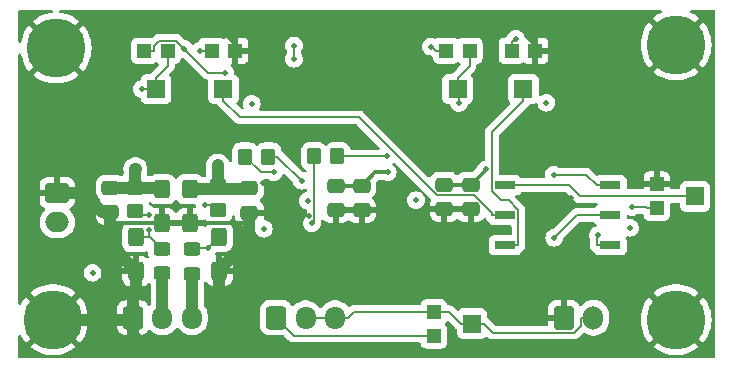
<source format=gtl>
%TF.GenerationSoftware,KiCad,Pcbnew,8.0.0*%
%TF.CreationDate,2024-03-25T10:57:50+01:00*%
%TF.ProjectId,MicAmp,4d696341-6d70-42e6-9b69-6361645f7063,v2*%
%TF.SameCoordinates,Original*%
%TF.FileFunction,Copper,L1,Top*%
%TF.FilePolarity,Positive*%
%FSLAX46Y46*%
G04 Gerber Fmt 4.6, Leading zero omitted, Abs format (unit mm)*
G04 Created by KiCad (PCBNEW 8.0.0) date 2024-03-25 10:57:50*
%MOMM*%
%LPD*%
G01*
G04 APERTURE LIST*
G04 Aperture macros list*
%AMRoundRect*
0 Rectangle with rounded corners*
0 $1 Rounding radius*
0 $2 $3 $4 $5 $6 $7 $8 $9 X,Y pos of 4 corners*
0 Add a 4 corners polygon primitive as box body*
4,1,4,$2,$3,$4,$5,$6,$7,$8,$9,$2,$3,0*
0 Add four circle primitives for the rounded corners*
1,1,$1+$1,$2,$3*
1,1,$1+$1,$4,$5*
1,1,$1+$1,$6,$7*
1,1,$1+$1,$8,$9*
0 Add four rect primitives between the rounded corners*
20,1,$1+$1,$2,$3,$4,$5,0*
20,1,$1+$1,$4,$5,$6,$7,0*
20,1,$1+$1,$6,$7,$8,$9,0*
20,1,$1+$1,$8,$9,$2,$3,0*%
G04 Aperture macros list end*
%TA.AperFunction,SMDPad,CuDef*%
%ADD10RoundRect,0.250000X0.350000X0.450000X-0.350000X0.450000X-0.350000X-0.450000X0.350000X-0.450000X0*%
%TD*%
%TA.AperFunction,SMDPad,CuDef*%
%ADD11RoundRect,0.250000X-0.475000X0.337500X-0.475000X-0.337500X0.475000X-0.337500X0.475000X0.337500X0*%
%TD*%
%TA.AperFunction,SMDPad,CuDef*%
%ADD12RoundRect,0.250000X0.450000X-0.325000X0.450000X0.325000X-0.450000X0.325000X-0.450000X-0.325000X0*%
%TD*%
%TA.AperFunction,SMDPad,CuDef*%
%ADD13RoundRect,0.250000X-0.450000X0.350000X-0.450000X-0.350000X0.450000X-0.350000X0.450000X0.350000X0*%
%TD*%
%TA.AperFunction,SMDPad,CuDef*%
%ADD14R,1.200000X1.200000*%
%TD*%
%TA.AperFunction,SMDPad,CuDef*%
%ADD15R,1.600000X1.500000*%
%TD*%
%TA.AperFunction,SMDPad,CuDef*%
%ADD16RoundRect,0.250000X0.425000X-0.537500X0.425000X0.537500X-0.425000X0.537500X-0.425000X-0.537500X0*%
%TD*%
%TA.AperFunction,ComponentPad*%
%ADD17RoundRect,0.250000X-0.750000X0.600000X-0.750000X-0.600000X0.750000X-0.600000X0.750000X0.600000X0*%
%TD*%
%TA.AperFunction,ComponentPad*%
%ADD18O,2.000000X1.700000*%
%TD*%
%TA.AperFunction,SMDPad,CuDef*%
%ADD19R,1.803400X0.685800*%
%TD*%
%TA.AperFunction,SMDPad,CuDef*%
%ADD20RoundRect,0.250000X0.475000X-0.337500X0.475000X0.337500X-0.475000X0.337500X-0.475000X-0.337500X0*%
%TD*%
%TA.AperFunction,SMDPad,CuDef*%
%ADD21R,1.500000X1.600000*%
%TD*%
%TA.AperFunction,ComponentPad*%
%ADD22RoundRect,0.250000X-0.600000X-0.750000X0.600000X-0.750000X0.600000X0.750000X-0.600000X0.750000X0*%
%TD*%
%TA.AperFunction,ComponentPad*%
%ADD23O,1.700000X2.000000*%
%TD*%
%TA.AperFunction,ComponentPad*%
%ADD24C,2.900000*%
%TD*%
%TA.AperFunction,ConnectorPad*%
%ADD25C,5.000000*%
%TD*%
%TA.AperFunction,SMDPad,CuDef*%
%ADD26RoundRect,0.250000X-0.425000X0.537500X-0.425000X-0.537500X0.425000X-0.537500X0.425000X0.537500X0*%
%TD*%
%TA.AperFunction,ComponentPad*%
%ADD27RoundRect,0.250000X-0.600000X-0.725000X0.600000X-0.725000X0.600000X0.725000X-0.600000X0.725000X0*%
%TD*%
%TA.AperFunction,ComponentPad*%
%ADD28O,1.700000X1.950000*%
%TD*%
%TA.AperFunction,ViaPad*%
%ADD29C,0.500000*%
%TD*%
%TA.AperFunction,Conductor*%
%ADD30C,1.000000*%
%TD*%
%TA.AperFunction,Conductor*%
%ADD31C,0.150000*%
%TD*%
%TA.AperFunction,Conductor*%
%ADD32C,0.300000*%
%TD*%
%ADD33C,0.300000*%
%ADD34C,0.350000*%
G04 APERTURE END LIST*
D10*
%TO.P,R13,1*%
%TO.N,Net-(U6-IN)*%
X122956300Y-114986500D03*
%TO.P,R13,2*%
%TO.N,Net-(U4-OUT)*%
X120956300Y-114986500D03*
%TD*%
D11*
%TO.P,C11,1*%
%TO.N,Net-(U4-CLK)*%
X122829600Y-117463100D03*
%TO.P,C11,2*%
%TO.N,GND*%
X122829600Y-119538100D03*
%TD*%
D12*
%TO.P,L2,1,1*%
%TO.N,/-5V_In*%
X110620800Y-124896400D03*
%TO.P,L2,2,2*%
%TO.N,Net-(C14-Pad2)*%
X110620800Y-122846400D03*
%TD*%
D13*
%TO.P,R12,1*%
%TO.N,-5V*%
X112860600Y-117485300D03*
%TO.P,R12,2*%
%TO.N,Net-(C14-Pad2)*%
X112860600Y-119485300D03*
%TD*%
D14*
%TO.P,VR4,1,1*%
%TO.N,GND*%
X139700000Y-106028100D03*
D15*
%TO.P,VR4,2,2*%
%TO.N,Net-(U5-Pad3)*%
X138700000Y-109278100D03*
D14*
%TO.P,VR4,3,3*%
%TO.N,Net-(C10-Pad2)*%
X137700000Y-106028100D03*
%TD*%
D16*
%TO.P,C14,1*%
%TO.N,GND*%
X112935600Y-124668100D03*
%TO.P,C14,2*%
%TO.N,Net-(C14-Pad2)*%
X112935600Y-121793100D03*
%TD*%
D17*
%TO.P,Mic_In,1,Pin_1*%
%TO.N,GND*%
X99231900Y-118060200D03*
D18*
%TO.P,Mic_In,2,Pin_2*%
%TO.N,Net-(Mic_In1-Pin_2)*%
X99231900Y-120560200D03*
%TD*%
D11*
%TO.P,C12,1*%
%TO.N,Net-(U4-CLK)*%
X125004500Y-117475900D03*
%TO.P,C12,2*%
%TO.N,GND*%
X125004500Y-119550900D03*
%TD*%
D19*
%TO.P,U5,1,1*%
%TO.N,Net-(Mic_Out1-Pad2)*%
X137149000Y-117422800D03*
%TO.P,U5,2,2*%
%TO.N,Net-(U5-Pad2)*%
X137149000Y-119962800D03*
%TO.P,U5,3,3*%
%TO.N,Net-(U5-Pad3)*%
X137149000Y-122502800D03*
%TO.P,U5,4,4*%
%TO.N,Net-(R16-Pad2)*%
X146039000Y-122502800D03*
%TO.P,U5,5,5*%
%TO.N,Net-(R15-Pad2)*%
X146039000Y-119962800D03*
%TO.P,U5,6,6*%
%TO.N,Net-(R14-Pad2)*%
X146039000Y-117422800D03*
%TD*%
D20*
%TO.P,C17,1*%
%TO.N,GND*%
X103731300Y-119704300D03*
%TO.P,C17,2*%
%TO.N,+5V*%
X103731300Y-117629300D03*
%TD*%
D14*
%TO.P,Mic_Out,1,1*%
%TO.N,GND*%
X149982500Y-117356200D03*
D21*
%TO.P,Mic_Out,2,2*%
%TO.N,Net-(Mic_Out1-Pad2)*%
X153232500Y-118356200D03*
D14*
%TO.P,Mic_Out,3,3*%
%TO.N,Net-(Mic_Out1-Pad3)*%
X149982500Y-119356200D03*
%TD*%
D22*
%TO.P,Out_Audio,1,Pin_1*%
%TO.N,GND*%
X142126500Y-128646400D03*
D23*
%TO.P,Out_Audio,2,Pin_2*%
%TO.N,/Out_Audio*%
X144626500Y-128646400D03*
%TD*%
D24*
%TO.P,H1,1,1*%
%TO.N,GND*%
X99135500Y-105805600D03*
D25*
X99135500Y-105805600D03*
%TD*%
D26*
%TO.P,C13,1*%
%TO.N,Net-(C13-Pad1)*%
X105908100Y-121827800D03*
%TO.P,C13,2*%
%TO.N,GND*%
X105908100Y-124702800D03*
%TD*%
D10*
%TO.P,R10,1*%
%TO.N,Net-(U4-IN)*%
X117115000Y-114997900D03*
%TO.P,R10,2*%
%TO.N,Net-(C8-Pad2)*%
X115115000Y-114997900D03*
%TD*%
D24*
%TO.P,H3,1,1*%
%TO.N,GND*%
X98864800Y-128804100D03*
D25*
X98864800Y-128804100D03*
%TD*%
D14*
%TO.P,Volume_Audio,1,1*%
%TO.N,/Out_Audio*%
X131113600Y-128149700D03*
D21*
%TO.P,Volume_Audio,2,2*%
X134363600Y-129149700D03*
D14*
%TO.P,Volume_Audio,3,3*%
%TO.N,Net-(U7A--)*%
X131113600Y-130149700D03*
%TD*%
D11*
%TO.P,C20,1*%
%TO.N,Net-(U6-CLK)*%
X134229700Y-117379500D03*
%TO.P,C20,2*%
%TO.N,GND*%
X134229700Y-119454500D03*
%TD*%
D27*
%TO.P,Supp_MicAmp1,1,Pin_1*%
%TO.N,GND*%
X105636700Y-128646400D03*
D28*
%TO.P,Supp_MicAmp1,2,Pin_2*%
%TO.N,/5V_In*%
X108136700Y-128646400D03*
%TO.P,Supp_MicAmp1,3,Pin_3*%
%TO.N,/-5V_In*%
X110636700Y-128646400D03*
%TD*%
D13*
%TO.P,R11,1*%
%TO.N,+5V*%
X105855600Y-117631900D03*
%TO.P,R11,2*%
%TO.N,Net-(C13-Pad1)*%
X105855600Y-119631900D03*
%TD*%
D14*
%TO.P,VR2,1,1*%
%TO.N,Net-(D1-A)*%
X108602700Y-106028100D03*
D15*
%TO.P,VR2,2,2*%
X107602700Y-109278100D03*
D14*
%TO.P,VR2,3,3*%
%TO.N,Net-(D1-K)*%
X106602700Y-106028100D03*
%TD*%
D11*
%TO.P,C19,1*%
%TO.N,Net-(U6-CLK)*%
X131996900Y-117363900D03*
%TO.P,C19,2*%
%TO.N,GND*%
X131996900Y-119438900D03*
%TD*%
D14*
%TO.P,VR1,1,1*%
%TO.N,Net-(D3-A)*%
X134141300Y-106028100D03*
D15*
%TO.P,VR1,2,2*%
X133141300Y-109278100D03*
D14*
%TO.P,VR1,3,3*%
%TO.N,Net-(D3-K)*%
X132141300Y-106028100D03*
%TD*%
D27*
%TO.P,Volume_Audio,1,Pin_1*%
%TO.N,Net-(U7A--)*%
X117766800Y-128646400D03*
D28*
%TO.P,Volume_Audio,2,Pin_2*%
%TO.N,/Out_Audio*%
X120266800Y-128646400D03*
%TO.P,Volume_Audio,3,Pin_3*%
X122766800Y-128646400D03*
%TD*%
D11*
%TO.P,C18,1*%
%TO.N,-5V*%
X115496500Y-117678000D03*
%TO.P,C18,2*%
%TO.N,GND*%
X115496500Y-119753000D03*
%TD*%
D12*
%TO.P,L1,1,1*%
%TO.N,/5V_In*%
X108126700Y-124894300D03*
%TO.P,L1,2,2*%
%TO.N,Net-(C13-Pad1)*%
X108126700Y-122844300D03*
%TD*%
D16*
%TO.P,C16,1*%
%TO.N,GND*%
X110474600Y-120635400D03*
%TO.P,C16,2*%
%TO.N,-5V*%
X110474600Y-117760400D03*
%TD*%
D24*
%TO.P,H4,1,1*%
%TO.N,GND*%
X151623700Y-128804100D03*
D25*
X151623700Y-128804100D03*
%TD*%
D14*
%TO.P,VR3,1,1*%
%TO.N,GND*%
X114300000Y-106028100D03*
D15*
%TO.P,VR3,2,2*%
%TO.N,Net-(U5-Pad2)*%
X113300000Y-109278100D03*
D14*
%TO.P,VR3,3,3*%
%TO.N,Net-(C9-Pad2)*%
X112300000Y-106028100D03*
%TD*%
D26*
%TO.P,C15,1*%
%TO.N,+5V*%
X108118900Y-117765600D03*
%TO.P,C15,2*%
%TO.N,GND*%
X108118900Y-120640600D03*
%TD*%
D24*
%TO.P,H2,1,1*%
%TO.N,GND*%
X151623700Y-105540300D03*
D25*
X151623700Y-105540300D03*
%TD*%
D29*
%TO.N,-5V*%
X112839000Y-115749000D03*
X112861000Y-116372000D03*
%TO.N,Net-(C8-Pad2)*%
X117578500Y-116327300D03*
%TO.N,+5V*%
X147713000Y-121022000D03*
X115690000Y-110507000D03*
X102218000Y-124824000D03*
X116704000Y-121103000D03*
X105840000Y-116050000D03*
X129597000Y-118693000D03*
X140651000Y-110443000D03*
X105818000Y-116673000D03*
X120445000Y-118727000D03*
%TO.N,GND*%
X129625000Y-120011000D03*
X106701000Y-103953000D03*
X123251000Y-110718000D03*
X119414000Y-121276000D03*
X115351000Y-122126000D03*
X113571000Y-104704000D03*
X108974000Y-130693000D03*
X109962000Y-130693000D03*
X134239000Y-120667000D03*
X116616000Y-117248000D03*
X108116000Y-130672000D03*
X138970000Y-104783000D03*
X131941000Y-104210000D03*
X125093000Y-120667000D03*
X148787000Y-117380000D03*
X142710000Y-118541000D03*
X103693000Y-121761000D03*
X120509000Y-120009000D03*
X108116000Y-119399000D03*
X147714000Y-117323000D03*
%TO.N,Net-(C9-Pad2)*%
X111284400Y-106028100D03*
%TO.N,Net-(C10-Pad2)*%
X138065300Y-105019600D03*
%TO.N,Net-(C13-Pad1)*%
X106999800Y-121196400D03*
X106999800Y-119951000D03*
%TO.N,Net-(U6-CLK)*%
X135492000Y-116089000D03*
%TO.N,Net-(R14-Pad2)*%
X141251300Y-116521500D03*
%TO.N,Net-(R15-Pad2)*%
X141314600Y-121856700D03*
%TO.N,Net-(D1-K)*%
X109969500Y-105884400D03*
X113440500Y-107892100D03*
%TO.N,Net-(D1-A)*%
X106396700Y-109296900D03*
%TO.N,Net-(D3-K)*%
X130858000Y-105679500D03*
%TO.N,Net-(D3-A)*%
X133246600Y-110444500D03*
%TO.N,Net-(U6-IN)*%
X127113900Y-114986500D03*
%TO.N,Net-(U2B--)*%
X119273700Y-105593200D03*
X119273700Y-106716700D03*
%TO.N,Net-(U4-CLK)*%
X127218000Y-116319000D03*
%TO.N,Net-(R16-Pad2)*%
X145010100Y-121675000D03*
%TO.N,Net-(C14-Pad2)*%
X112005800Y-122754600D03*
X111742800Y-119120200D03*
%TO.N,Net-(U4-IN)*%
X119914300Y-117043900D03*
%TO.N,Net-(U4-OUT)*%
X120795500Y-120658600D03*
%TO.N,Net-(Mic_Out1-Pad3)*%
X147862000Y-119272600D03*
%TD*%
D30*
%TO.N,-5V*%
X115455000Y-117719000D02*
X115496000Y-117678000D01*
X110475000Y-117760000D02*
X112860600Y-117760000D01*
X112861000Y-115792000D02*
X112839000Y-115771000D01*
D31*
X115455500Y-117719000D02*
X115496500Y-117678000D01*
D30*
X112839000Y-115749000D02*
X112818000Y-115749000D01*
X112861000Y-116372000D02*
X112861000Y-115792000D01*
D31*
X115455000Y-117719000D02*
X115455500Y-117719000D01*
D30*
X112860600Y-117760000D02*
X115414000Y-117760000D01*
D31*
X110475000Y-117760000D02*
X110474600Y-117760400D01*
X112860700Y-117485300D02*
X112861000Y-117485000D01*
D30*
X112861000Y-117485000D02*
X112861000Y-116372000D01*
X112818000Y-115749000D02*
X112839000Y-115771000D01*
D31*
X112860600Y-117485300D02*
X112860600Y-117760000D01*
D30*
X115414000Y-117760000D02*
X115455000Y-117719000D01*
D31*
X112860600Y-117485300D02*
X112860700Y-117485300D01*
D30*
X112839000Y-115771000D02*
X112839000Y-115749000D01*
D31*
%TO.N,Net-(C8-Pad2)*%
X115115000Y-114997900D02*
X116444400Y-116327300D01*
X116444400Y-116327300D02*
X117578500Y-116327300D01*
%TO.N,+5V*%
X105856000Y-117630500D02*
X105855600Y-117630900D01*
D30*
X103731000Y-117629000D02*
X103731600Y-117629000D01*
X105856000Y-117629000D02*
X107983000Y-117629000D01*
X105840000Y-116071000D02*
X105856000Y-116055000D01*
X105856000Y-116635000D02*
X105856000Y-116055000D01*
D31*
X108051000Y-117697500D02*
X108118900Y-117765400D01*
D30*
X108051000Y-117697500D02*
X108119000Y-117766000D01*
D31*
X108118900Y-117765400D02*
X108118900Y-117765600D01*
D30*
X105856000Y-117632000D02*
X105856000Y-117630500D01*
X105856000Y-117629000D02*
X105856000Y-116710000D01*
X105856000Y-116710000D02*
X105818000Y-116673000D01*
X105856000Y-117630500D02*
X105856000Y-117629000D01*
X103731600Y-117629000D02*
X105856000Y-117629000D01*
X105856000Y-116055000D02*
X105861000Y-116050000D01*
D31*
X103731600Y-117629000D02*
X103731300Y-117629300D01*
D30*
X105856000Y-116055000D02*
X105861000Y-116050000D01*
X105818000Y-116673000D02*
X105856000Y-116635000D01*
D31*
X105855600Y-117630900D02*
X105855600Y-117631900D01*
D30*
X105840000Y-116050000D02*
X105840000Y-116071000D01*
X105861000Y-116050000D02*
X105840000Y-116050000D01*
X107983000Y-117629000D02*
X108051000Y-117697500D01*
%TO.N,GND*%
X108123000Y-130679000D02*
X108116000Y-130672000D01*
D31*
X139700000Y-106028000D02*
X139700000Y-106028100D01*
D30*
X115496000Y-122035000D02*
X115496000Y-120623000D01*
D31*
X122829700Y-119538000D02*
X122829600Y-119538100D01*
X131997000Y-119439000D02*
X131996900Y-119438900D01*
D30*
X112936000Y-130031000D02*
X112288000Y-130679000D01*
X103731000Y-122551000D02*
X103731000Y-121800000D01*
X103693000Y-121761000D02*
X103731000Y-121722000D01*
D31*
X112935600Y-127058800D02*
X112935600Y-124668100D01*
D30*
X115351000Y-122191000D02*
X112936000Y-124606000D01*
X112936000Y-127059200D02*
X112936000Y-130031000D01*
X103731000Y-119704000D02*
X102990000Y-119704000D01*
D31*
X149982300Y-117356000D02*
X149982500Y-117356200D01*
D30*
X106247000Y-130679000D02*
X105637000Y-130068000D01*
X98864800Y-128804000D02*
X105479000Y-128804000D01*
X103731000Y-120174500D02*
X103731000Y-119704000D01*
D32*
X108119000Y-120641000D02*
X103735000Y-120641000D01*
D30*
X105908000Y-126265000D02*
X105908000Y-125484000D01*
D31*
X103731000Y-120174500D02*
X103731300Y-120174200D01*
D32*
X114300000Y-106028000D02*
X114300000Y-105433000D01*
X125004000Y-119551000D02*
X125004000Y-120579000D01*
D30*
X103731000Y-121722000D02*
X103731000Y-120645000D01*
D32*
X134230000Y-120055500D02*
X134230000Y-120657000D01*
D30*
X112936000Y-124606000D02*
X112936000Y-127059200D01*
X115351000Y-122126000D02*
X115351000Y-122191000D01*
D32*
X131997000Y-119439000D02*
X134214000Y-119439000D01*
X124998000Y-119544500D02*
X125004000Y-119551000D01*
D30*
X108974000Y-130693000D02*
X108960000Y-130679000D01*
X109948000Y-130679000D02*
X108988000Y-130679000D01*
D31*
X105908000Y-125484000D02*
X105908100Y-125483900D01*
D32*
X134230000Y-120657000D02*
X134239000Y-120667000D01*
D31*
X108118900Y-120022100D02*
X108118900Y-120640600D01*
X149982000Y-117356000D02*
X149982300Y-117356000D01*
D30*
X102990000Y-119704000D02*
X101346000Y-118060000D01*
X105883000Y-124703000D02*
X103731000Y-122551000D01*
D32*
X110475000Y-120635000D02*
X115484000Y-120635000D01*
D31*
X105908100Y-125483900D02*
X105908100Y-124702800D01*
D30*
X105637000Y-128646000D02*
X105637000Y-126575000D01*
X109976000Y-130679000D02*
X109962000Y-130693000D01*
X109962000Y-130693000D02*
X109948000Y-130679000D01*
X115496000Y-120188000D02*
X115496000Y-119753000D01*
D32*
X110469000Y-120641000D02*
X110474600Y-120635400D01*
X125004000Y-120579000D02*
X125093000Y-120667000D01*
X149982000Y-117356000D02*
X148811000Y-117356000D01*
D31*
X122830000Y-119538000D02*
X122829700Y-119538000D01*
D32*
X115484000Y-120635000D02*
X115496000Y-120623000D01*
D30*
X108988000Y-130679000D02*
X108974000Y-130693000D01*
D31*
X124998000Y-119544500D02*
X124998100Y-119544500D01*
D30*
X101346000Y-118060000D02*
X99231900Y-118060000D01*
D32*
X110474600Y-120635400D02*
X110475000Y-120635000D01*
D31*
X115496000Y-120188000D02*
X115496500Y-120187500D01*
D30*
X105637000Y-130068000D02*
X105637000Y-128646000D01*
X105928000Y-126284000D02*
X105908000Y-126265000D01*
X105637000Y-126575000D02*
X105928000Y-126284000D01*
D32*
X114300000Y-105433000D02*
X113571000Y-104704000D01*
D31*
X134230000Y-120055500D02*
X134229700Y-120055200D01*
D30*
X108108000Y-130679000D02*
X106247000Y-130679000D01*
D31*
X103731300Y-120174200D02*
X103731300Y-119704300D01*
X114300000Y-106028000D02*
X114300000Y-106028100D01*
X134229700Y-120055200D02*
X134229700Y-119454500D01*
D30*
X103731000Y-120645000D02*
X103731000Y-120174500D01*
D32*
X139700000Y-105513000D02*
X138970000Y-104783000D01*
D30*
X108116000Y-130672000D02*
X108108000Y-130679000D01*
X115501000Y-122040000D02*
X115496000Y-122035000D01*
X115416000Y-122126000D02*
X115501000Y-122040000D01*
D31*
X115496500Y-120187500D02*
X115496500Y-119753000D01*
X124998100Y-119544500D02*
X125004500Y-119550900D01*
X112936000Y-127059200D02*
X112935600Y-127058800D01*
D30*
X103731000Y-121800000D02*
X103693000Y-121761000D01*
D32*
X108119000Y-119403000D02*
X108116000Y-119399000D01*
X108119000Y-120022000D02*
X108119000Y-119403000D01*
X124992000Y-119538000D02*
X124998000Y-119544500D01*
X108119000Y-120641000D02*
X108119000Y-120022000D01*
D30*
X105908000Y-125484000D02*
X105908000Y-124703000D01*
X105479000Y-128804000D02*
X105637000Y-128646000D01*
D32*
X134230000Y-119454000D02*
X134230000Y-120055500D01*
D30*
X105908000Y-124703000D02*
X105883000Y-124703000D01*
D32*
X139700000Y-106028000D02*
X139700000Y-105513000D01*
X122830000Y-119538000D02*
X124992000Y-119538000D01*
D30*
X112288000Y-130679000D02*
X109976000Y-130679000D01*
D31*
X108119000Y-120022000D02*
X108118900Y-120022100D01*
D32*
X148811000Y-117356000D02*
X148787000Y-117380000D01*
D30*
X108960000Y-130679000D02*
X108123000Y-130679000D01*
D32*
X103735000Y-120641000D02*
X103731000Y-120645000D01*
D30*
X115496000Y-120623000D02*
X115496000Y-120188000D01*
D32*
X108119000Y-120641000D02*
X110469000Y-120641000D01*
D30*
X115351000Y-122126000D02*
X115416000Y-122126000D01*
D32*
X134214000Y-119439000D02*
X134230000Y-119454000D01*
D31*
%TO.N,Net-(C9-Pad2)*%
X111473300Y-106028100D02*
X111284400Y-106028100D01*
X112300000Y-106028100D02*
X111473300Y-106028100D01*
%TO.N,Net-(C10-Pad2)*%
X137700000Y-106028100D02*
X137700000Y-105201400D01*
X138065300Y-105019600D02*
X137883500Y-105201400D01*
X137883500Y-105201400D02*
X137700000Y-105201400D01*
%TO.N,Net-(C13-Pad1)*%
X106999800Y-121196400D02*
X106999800Y-121827800D01*
X105908100Y-121827800D02*
X106999800Y-121827800D01*
X106999800Y-121827800D02*
X107110200Y-121827800D01*
X107110200Y-121827800D02*
X108126700Y-122844300D01*
X106174700Y-119951000D02*
X105855600Y-119631900D01*
X106999800Y-119951000D02*
X106174700Y-119951000D01*
D32*
%TO.N,Net-(U6-CLK)*%
X134214000Y-117364000D02*
X134222000Y-117372000D01*
D31*
X134222000Y-117372000D02*
X134222200Y-117372000D01*
D32*
X131997000Y-117364000D02*
X134214000Y-117364000D01*
X135492000Y-116117000D02*
X135492000Y-116089000D01*
D31*
X131997000Y-117364000D02*
X131996900Y-117363900D01*
X134222200Y-117372000D02*
X134229700Y-117379500D01*
D32*
X134230000Y-117380000D02*
X135492000Y-116117000D01*
X134222000Y-117372000D02*
X134230000Y-117380000D01*
D31*
%TO.N,Net-(R14-Pad2)*%
X144009300Y-116521500D02*
X144910600Y-117422800D01*
X141251300Y-116521500D02*
X144009300Y-116521500D01*
X146039000Y-117422800D02*
X144910600Y-117422800D01*
%TO.N,Net-(R15-Pad2)*%
X143208500Y-119962800D02*
X146039000Y-119962800D01*
X141314600Y-121856700D02*
X143208500Y-119962800D01*
%TO.N,Net-(D1-K)*%
X111977200Y-107892100D02*
X113440500Y-107892100D01*
X109969500Y-105884400D02*
X109969500Y-105871900D01*
X107429400Y-105614700D02*
X107429400Y-106028100D01*
X107852000Y-105192100D02*
X107429400Y-105614700D01*
X109289700Y-105192100D02*
X107852000Y-105192100D01*
X109969500Y-105884400D02*
X111977200Y-107892100D01*
X109969500Y-105871900D02*
X109289700Y-105192100D01*
X106602700Y-106028100D02*
X107429400Y-106028100D01*
%TO.N,Net-(D1-A)*%
X107602700Y-108301400D02*
X108602700Y-107301400D01*
X107602700Y-109278100D02*
X107602700Y-108301400D01*
X106576000Y-109278100D02*
X106557200Y-109296900D01*
X108602700Y-107301400D02*
X108602700Y-106028100D01*
X107602700Y-109278100D02*
X106576000Y-109278100D01*
X106557200Y-109296900D02*
X106396700Y-109296900D01*
%TO.N,Net-(D3-K)*%
X130966000Y-105679500D02*
X131314600Y-106028100D01*
X132141300Y-106028100D02*
X131314600Y-106028100D01*
X130858000Y-105679500D02*
X130966000Y-105679500D01*
%TO.N,Net-(D3-A)*%
X133141300Y-108789700D02*
X133246600Y-108895000D01*
X133141300Y-108789700D02*
X133141300Y-108301400D01*
X133141300Y-109278100D02*
X133141300Y-108789700D01*
X134141300Y-106028100D02*
X134141300Y-107301400D01*
X133246600Y-108895000D02*
X133246600Y-110444500D01*
X134141300Y-107301400D02*
X133141300Y-108301400D01*
%TO.N,Net-(U6-IN)*%
X127113900Y-114986500D02*
X122956300Y-114986500D01*
%TO.N,Net-(U2B--)*%
X119273700Y-105593200D02*
X119273700Y-106716700D01*
D32*
%TO.N,Net-(U4-CLK)*%
X126161000Y-116319000D02*
X127218000Y-116319000D01*
D31*
X122830000Y-117463000D02*
X122829700Y-117463000D01*
D32*
X124992000Y-117463000D02*
X125004000Y-117476000D01*
D31*
X122829700Y-117463000D02*
X122829600Y-117463100D01*
D32*
X122830000Y-117463000D02*
X124992000Y-117463000D01*
D31*
X125004500Y-117475900D02*
X125004100Y-117475900D01*
D32*
X125004100Y-117475900D02*
X126161000Y-116319000D01*
X125004000Y-117476000D02*
X125004100Y-117475900D01*
D31*
%TO.N,Net-(R16-Pad2)*%
X144910600Y-122502800D02*
X144910600Y-121774500D01*
X144910600Y-121774500D02*
X145010100Y-121675000D01*
X146039000Y-122502800D02*
X144910600Y-122502800D01*
%TO.N,Net-(U5-Pad2)*%
X134493900Y-118222500D02*
X131350900Y-118222500D01*
X136020600Y-119749200D02*
X134493900Y-118222500D01*
X114722400Y-111677200D02*
X113300000Y-110254800D01*
X136020600Y-119962800D02*
X136020600Y-119749200D01*
X124805600Y-111677200D02*
X114722400Y-111677200D01*
X131350900Y-118222500D02*
X124805600Y-111677200D01*
X113300000Y-109278100D02*
X113300000Y-110254800D01*
X137149000Y-119962800D02*
X136020600Y-119962800D01*
%TO.N,Net-(C14-Pad2)*%
X112005800Y-122722900D02*
X112005800Y-122754600D01*
X110712600Y-122754600D02*
X110620800Y-122846400D01*
X112860600Y-119485300D02*
X112495500Y-119120200D01*
X112495500Y-119120200D02*
X111742800Y-119120200D01*
X112005800Y-122754600D02*
X110712600Y-122754600D01*
X112935600Y-121793100D02*
X112005800Y-122722900D01*
%TO.N,Net-(U4-IN)*%
X119914300Y-117043900D02*
X117868300Y-114997900D01*
X117868300Y-114997900D02*
X117115000Y-114997900D01*
%TO.N,Net-(U4-OUT)*%
X120985700Y-115015900D02*
X120985700Y-120468400D01*
X120956300Y-114986500D02*
X120985700Y-115015900D01*
X120985700Y-120468400D02*
X120795500Y-120658600D01*
%TO.N,Net-(U5-Pad3)*%
X138277400Y-122502800D02*
X138277400Y-119526000D01*
X136822000Y-118692800D02*
X136020600Y-117891400D01*
X137149000Y-122502800D02*
X138277400Y-122502800D01*
X136020600Y-117891400D02*
X136020600Y-112934200D01*
X138277400Y-119526000D02*
X137444200Y-118692800D01*
X137444200Y-118692800D02*
X136822000Y-118692800D01*
X136020600Y-112934200D02*
X138700000Y-110254800D01*
X138700000Y-109278100D02*
X138700000Y-110254800D01*
%TO.N,/5V_In*%
X108137000Y-128646100D02*
X108137000Y-128646000D01*
X108131400Y-124899000D02*
X108126700Y-124894300D01*
X108136700Y-128646400D02*
X108137000Y-128646100D01*
D30*
X108137000Y-124904000D02*
X108132000Y-124899000D01*
X108137000Y-128646000D02*
X108137000Y-124904000D01*
D31*
X108132000Y-124899000D02*
X108131400Y-124899000D01*
D30*
X108132000Y-124899000D02*
X108127000Y-124894000D01*
%TO.N,/-5V_In*%
X110629000Y-124904000D02*
X110621000Y-124896000D01*
X110637000Y-124912000D02*
X110629000Y-124904000D01*
D31*
X110629000Y-124904000D02*
X110628400Y-124904000D01*
X110636700Y-128646400D02*
X110637000Y-128646100D01*
D30*
X110637000Y-128646000D02*
X110637000Y-124912000D01*
D31*
X110637000Y-128646100D02*
X110637000Y-128646000D01*
X110628400Y-124904000D02*
X110620800Y-124896400D01*
%TO.N,Net-(Mic_Out1-Pad2)*%
X153232500Y-118356200D02*
X143471400Y-118356200D01*
X137149000Y-117422800D02*
X138277400Y-117422800D01*
X143471400Y-118356200D02*
X142538000Y-117422800D01*
X142538000Y-117422800D02*
X138277400Y-117422800D01*
%TO.N,Net-(Mic_Out1-Pad3)*%
X149982500Y-119356200D02*
X149155800Y-119356200D01*
X149072200Y-119272600D02*
X147862000Y-119272600D01*
X149155800Y-119356200D02*
X149072200Y-119272600D01*
%TO.N,Net-(U7A--)*%
X119270100Y-130149700D02*
X131113600Y-130149700D01*
X117766800Y-128646400D02*
X119270100Y-130149700D01*
%TO.N,/Out_Audio*%
X124340200Y-128149700D02*
X123843500Y-128646400D01*
X131113600Y-128149700D02*
X124340200Y-128149700D01*
X144626500Y-128646400D02*
X143549800Y-128646400D01*
X120266800Y-128646400D02*
X122766800Y-128646400D01*
X136095300Y-129904700D02*
X135340300Y-129149700D01*
X132386900Y-128149700D02*
X131113600Y-128149700D01*
X134363600Y-129149700D02*
X135340300Y-129149700D01*
X134363600Y-129149700D02*
X133386900Y-129149700D01*
X143549800Y-129319300D02*
X142964400Y-129904700D01*
X143549800Y-128646400D02*
X143549800Y-129319300D01*
X142964400Y-129904700D02*
X136095300Y-129904700D01*
X122766800Y-128646400D02*
X123843500Y-128646400D01*
X133386900Y-129149700D02*
X132386900Y-128149700D01*
%TD*%
%TA.AperFunction,Conductor*%
%TO.N,GND*%
G36*
X109377806Y-118650531D02*
G01*
X109403891Y-118680634D01*
X109456888Y-118766556D01*
X109580944Y-118890612D01*
X109730266Y-118982714D01*
X109896803Y-119037899D01*
X109999591Y-119048400D01*
X110868647Y-119048399D01*
X110935686Y-119068083D01*
X110981441Y-119120887D01*
X110991867Y-119158512D01*
X110993850Y-119176104D01*
X110997635Y-119209700D01*
X110997671Y-119210013D01*
X110985618Y-119278836D01*
X110938270Y-119330216D01*
X110874451Y-119347900D01*
X110724600Y-119347900D01*
X110724600Y-120385400D01*
X111649599Y-120385400D01*
X111685918Y-120349081D01*
X111688326Y-120351489D01*
X111722088Y-120322235D01*
X111791246Y-120312291D01*
X111854802Y-120341316D01*
X111861280Y-120347348D01*
X111941944Y-120428012D01*
X112010801Y-120470483D01*
X112015590Y-120473437D01*
X112062315Y-120525385D01*
X112073536Y-120594348D01*
X112045693Y-120658430D01*
X112038175Y-120666657D01*
X111917885Y-120786947D01*
X111860304Y-120880301D01*
X111808356Y-120927026D01*
X111739394Y-120938247D01*
X111675312Y-120910404D01*
X111667085Y-120902885D01*
X111649600Y-120885400D01*
X109311029Y-120885400D01*
X109306696Y-120887766D01*
X109280338Y-120890600D01*
X107992900Y-120890600D01*
X107925861Y-120870915D01*
X107880106Y-120818111D01*
X107868900Y-120766600D01*
X107868900Y-120390600D01*
X108368900Y-120390600D01*
X109282471Y-120390600D01*
X109286804Y-120388234D01*
X109313162Y-120385400D01*
X110224600Y-120385400D01*
X110224600Y-119347900D01*
X109999629Y-119347900D01*
X109999612Y-119347901D01*
X109896902Y-119358394D01*
X109730480Y-119413541D01*
X109730475Y-119413543D01*
X109581254Y-119505584D01*
X109457283Y-119629555D01*
X109457280Y-119629559D01*
X109400684Y-119721316D01*
X109348736Y-119768041D01*
X109279774Y-119779262D01*
X109215692Y-119751419D01*
X109189607Y-119721316D01*
X109136215Y-119634754D01*
X109012245Y-119510784D01*
X108863024Y-119418743D01*
X108863019Y-119418741D01*
X108696597Y-119363594D01*
X108696590Y-119363593D01*
X108593886Y-119353100D01*
X108368900Y-119353100D01*
X108368900Y-120390600D01*
X107868900Y-120390600D01*
X107868900Y-119353100D01*
X107643929Y-119353100D01*
X107643912Y-119353101D01*
X107534469Y-119364282D01*
X107534337Y-119362992D01*
X107471823Y-119358301D01*
X107449592Y-119347266D01*
X107327491Y-119270544D01*
X107167853Y-119214685D01*
X107149175Y-119212581D01*
X107084762Y-119185514D01*
X107045354Y-119128365D01*
X107042648Y-119120200D01*
X107005522Y-119008161D01*
X107003121Y-118938335D01*
X107038853Y-118878293D01*
X107101373Y-118847100D01*
X107170833Y-118854661D01*
X107210910Y-118881478D01*
X107225244Y-118895812D01*
X107374566Y-118987914D01*
X107541103Y-119043099D01*
X107643891Y-119053600D01*
X108593908Y-119053599D01*
X108593916Y-119053598D01*
X108593919Y-119053598D01*
X108651901Y-119047675D01*
X108696697Y-119043099D01*
X108863234Y-118987914D01*
X109012556Y-118895812D01*
X109136612Y-118771756D01*
X109192816Y-118680634D01*
X109244761Y-118633911D01*
X109313723Y-118622688D01*
X109377806Y-118650531D01*
G37*
%TD.AperFunction*%
%TA.AperFunction,Conductor*%
G36*
X150377479Y-102599685D02*
G01*
X150423234Y-102652489D01*
X150433178Y-102721647D01*
X150404153Y-102785203D01*
X150366091Y-102814810D01*
X150121161Y-102937819D01*
X149829180Y-103129857D01*
X149686519Y-103249564D01*
X149686518Y-103249565D01*
X150933574Y-104496620D01*
X150809380Y-104586854D01*
X150670254Y-104725980D01*
X150580020Y-104850173D01*
X149329848Y-103600001D01*
X149329847Y-103600002D01*
X149321676Y-103608663D01*
X149321672Y-103608668D01*
X149112989Y-103888977D01*
X148938261Y-104191616D01*
X148938255Y-104191629D01*
X148799845Y-104512499D01*
X148699616Y-104847288D01*
X148699614Y-104847297D01*
X148638936Y-105191419D01*
X148638935Y-105191430D01*
X148618616Y-105540296D01*
X148618616Y-105540303D01*
X148638935Y-105889169D01*
X148638936Y-105889180D01*
X148699614Y-106233302D01*
X148699616Y-106233311D01*
X148799845Y-106568100D01*
X148938255Y-106888970D01*
X148938261Y-106888983D01*
X149112989Y-107191622D01*
X149321667Y-107471925D01*
X149329848Y-107480596D01*
X150580020Y-106230425D01*
X150670254Y-106354620D01*
X150809380Y-106493746D01*
X150933573Y-106583978D01*
X149686518Y-107831033D01*
X149686519Y-107831034D01*
X149829184Y-107950745D01*
X150121161Y-108142780D01*
X150433439Y-108299614D01*
X150433445Y-108299616D01*
X150761830Y-108419138D01*
X150761833Y-108419139D01*
X151101871Y-108499729D01*
X151448976Y-108540299D01*
X151448977Y-108540300D01*
X151798423Y-108540300D01*
X151798423Y-108540299D01*
X152145527Y-108499729D01*
X152145529Y-108499729D01*
X152485566Y-108419139D01*
X152485569Y-108419138D01*
X152813954Y-108299616D01*
X152813960Y-108299614D01*
X153126238Y-108142780D01*
X153418209Y-107950749D01*
X153418210Y-107950748D01*
X153560879Y-107831034D01*
X153560880Y-107831033D01*
X152313826Y-106583978D01*
X152438020Y-106493746D01*
X152577146Y-106354620D01*
X152667378Y-106230426D01*
X153917549Y-107480597D01*
X153917551Y-107480596D01*
X153925722Y-107471936D01*
X153925733Y-107471923D01*
X154134410Y-107191622D01*
X154309138Y-106888983D01*
X154309144Y-106888970D01*
X154447554Y-106568100D01*
X154547783Y-106233311D01*
X154547785Y-106233302D01*
X154608463Y-105889180D01*
X154608464Y-105889169D01*
X154628784Y-105540303D01*
X154628784Y-105540296D01*
X154608464Y-105191430D01*
X154608463Y-105191419D01*
X154547785Y-104847297D01*
X154547783Y-104847288D01*
X154447554Y-104512499D01*
X154309144Y-104191629D01*
X154309138Y-104191616D01*
X154134410Y-103888977D01*
X153925732Y-103608674D01*
X153917550Y-103600002D01*
X152667378Y-104850173D01*
X152577146Y-104725980D01*
X152438020Y-104586854D01*
X152313825Y-104496620D01*
X153560880Y-103249565D01*
X153560879Y-103249564D01*
X153418219Y-103129857D01*
X153126238Y-102937819D01*
X152881309Y-102814810D01*
X152830234Y-102767132D01*
X152813045Y-102699410D01*
X152835198Y-102633145D01*
X152889659Y-102589376D01*
X152936960Y-102580000D01*
X154816000Y-102580000D01*
X154883039Y-102599685D01*
X154928794Y-102652489D01*
X154940000Y-102704000D01*
X154940000Y-131956000D01*
X154920315Y-132023039D01*
X154867511Y-132068794D01*
X154816000Y-132080000D01*
X96064000Y-132080000D01*
X95996961Y-132060315D01*
X95951206Y-132007511D01*
X95940000Y-131956000D01*
X95940000Y-130198415D01*
X95959685Y-130131376D01*
X96012489Y-130085621D01*
X96081647Y-130075677D01*
X96145203Y-130104702D01*
X96177861Y-130149306D01*
X96179355Y-130152770D01*
X96179361Y-130152783D01*
X96354089Y-130455422D01*
X96562767Y-130735725D01*
X96570948Y-130744396D01*
X97821119Y-129494224D01*
X97911354Y-129618420D01*
X98050480Y-129757546D01*
X98174673Y-129847778D01*
X96927618Y-131094833D01*
X96927619Y-131094834D01*
X97070284Y-131214545D01*
X97362261Y-131406580D01*
X97674539Y-131563414D01*
X97674545Y-131563416D01*
X98002930Y-131682938D01*
X98002933Y-131682939D01*
X98342971Y-131763529D01*
X98690076Y-131804099D01*
X98690077Y-131804100D01*
X99039523Y-131804100D01*
X99039523Y-131804099D01*
X99386627Y-131763529D01*
X99386629Y-131763529D01*
X99726666Y-131682939D01*
X99726669Y-131682938D01*
X100055054Y-131563416D01*
X100055060Y-131563414D01*
X100367338Y-131406580D01*
X100659309Y-131214549D01*
X100659310Y-131214548D01*
X100801979Y-131094834D01*
X100801980Y-131094833D01*
X99554926Y-129847778D01*
X99679120Y-129757546D01*
X99818246Y-129618420D01*
X99908478Y-129494226D01*
X101158649Y-130744397D01*
X101158651Y-130744396D01*
X101166822Y-130735736D01*
X101166833Y-130735723D01*
X101375510Y-130455422D01*
X101550238Y-130152783D01*
X101550244Y-130152770D01*
X101688654Y-129831900D01*
X101788883Y-129497111D01*
X101788885Y-129497102D01*
X101849563Y-129152980D01*
X101849564Y-129152969D01*
X101869884Y-128804103D01*
X101869884Y-128804096D01*
X101849564Y-128455230D01*
X101849563Y-128455219D01*
X101788885Y-128111097D01*
X101788883Y-128111088D01*
X101688654Y-127776299D01*
X101550244Y-127455429D01*
X101550238Y-127455416D01*
X101375510Y-127152777D01*
X101166832Y-126872474D01*
X101158650Y-126863802D01*
X99908478Y-128113973D01*
X99818246Y-127989780D01*
X99679120Y-127850654D01*
X99554925Y-127760420D01*
X100801980Y-126513365D01*
X100801979Y-126513364D01*
X100659319Y-126393657D01*
X100367338Y-126201619D01*
X100055060Y-126044785D01*
X100055054Y-126044783D01*
X99726669Y-125925261D01*
X99726666Y-125925260D01*
X99386628Y-125844670D01*
X99039523Y-125804100D01*
X98690077Y-125804100D01*
X98342972Y-125844670D01*
X98342970Y-125844670D01*
X98002933Y-125925260D01*
X98002930Y-125925261D01*
X97674545Y-126044783D01*
X97674539Y-126044785D01*
X97362261Y-126201619D01*
X97070280Y-126393657D01*
X96927619Y-126513364D01*
X96927618Y-126513365D01*
X98174674Y-127760420D01*
X98050480Y-127850654D01*
X97911354Y-127989780D01*
X97821120Y-128113973D01*
X96570948Y-126863801D01*
X96570947Y-126863802D01*
X96562776Y-126872463D01*
X96562772Y-126872468D01*
X96354089Y-127152777D01*
X96179361Y-127455416D01*
X96179350Y-127455438D01*
X96177858Y-127458899D01*
X96133230Y-127512659D01*
X96066622Y-127533756D01*
X95999181Y-127515494D01*
X95952320Y-127463669D01*
X95940000Y-127409784D01*
X95940000Y-124824002D01*
X101462751Y-124824002D01*
X101481685Y-124992056D01*
X101537545Y-125151694D01*
X101537547Y-125151697D01*
X101627518Y-125294884D01*
X101627523Y-125294890D01*
X101747109Y-125414476D01*
X101747115Y-125414481D01*
X101890302Y-125504452D01*
X101890305Y-125504454D01*
X101890309Y-125504455D01*
X101890310Y-125504456D01*
X101948219Y-125524719D01*
X102049943Y-125560314D01*
X102217997Y-125579249D01*
X102218000Y-125579249D01*
X102218003Y-125579249D01*
X102386056Y-125560314D01*
X102386059Y-125560313D01*
X102545690Y-125504456D01*
X102545692Y-125504454D01*
X102545694Y-125504454D01*
X102545697Y-125504452D01*
X102688884Y-125414481D01*
X102688885Y-125414480D01*
X102688890Y-125414477D01*
X102808477Y-125294890D01*
X102824551Y-125269309D01*
X102898452Y-125151697D01*
X102898454Y-125151694D01*
X102898454Y-125151692D01*
X102898456Y-125151690D01*
X102954313Y-124992059D01*
X102954313Y-124992058D01*
X102954314Y-124992056D01*
X102958737Y-124952800D01*
X104733101Y-124952800D01*
X104733101Y-125290286D01*
X104743594Y-125392997D01*
X104798741Y-125559419D01*
X104798743Y-125559424D01*
X104890784Y-125708645D01*
X105014754Y-125832615D01*
X105163975Y-125924656D01*
X105163980Y-125924658D01*
X105330402Y-125979805D01*
X105330409Y-125979806D01*
X105433119Y-125990299D01*
X105658099Y-125990299D01*
X105658100Y-125990298D01*
X105658100Y-124952800D01*
X104733101Y-124952800D01*
X102958737Y-124952800D01*
X102973249Y-124824002D01*
X102973249Y-124823997D01*
X102954314Y-124655943D01*
X102923860Y-124568913D01*
X102898456Y-124496310D01*
X102898455Y-124496309D01*
X102898454Y-124496305D01*
X102898452Y-124496302D01*
X102871118Y-124452800D01*
X104733100Y-124452800D01*
X105658100Y-124452800D01*
X105658100Y-123415300D01*
X105433129Y-123415300D01*
X105433112Y-123415301D01*
X105330402Y-123425794D01*
X105163980Y-123480941D01*
X105163975Y-123480943D01*
X105014754Y-123572984D01*
X104890784Y-123696954D01*
X104798743Y-123846175D01*
X104798741Y-123846180D01*
X104743594Y-124012602D01*
X104743593Y-124012609D01*
X104733100Y-124115313D01*
X104733100Y-124452800D01*
X102871118Y-124452800D01*
X102808481Y-124353115D01*
X102808476Y-124353109D01*
X102688890Y-124233523D01*
X102688884Y-124233518D01*
X102545697Y-124143547D01*
X102545694Y-124143545D01*
X102386056Y-124087685D01*
X102218003Y-124068751D01*
X102217997Y-124068751D01*
X102049943Y-124087685D01*
X101890305Y-124143545D01*
X101890302Y-124143547D01*
X101747115Y-124233518D01*
X101747109Y-124233523D01*
X101627523Y-124353109D01*
X101627518Y-124353115D01*
X101537547Y-124496302D01*
X101537545Y-124496305D01*
X101481685Y-124655943D01*
X101462751Y-124823997D01*
X101462751Y-124824002D01*
X95940000Y-124824002D01*
X95940000Y-120666487D01*
X97731400Y-120666487D01*
X97735806Y-120694305D01*
X97762078Y-120860184D01*
X97764654Y-120876443D01*
X97811949Y-121022002D01*
X97830344Y-121078614D01*
X97926851Y-121268020D01*
X98051790Y-121439986D01*
X98202113Y-121590309D01*
X98374079Y-121715248D01*
X98374081Y-121715249D01*
X98374084Y-121715251D01*
X98563488Y-121811757D01*
X98765657Y-121877446D01*
X98975613Y-121910700D01*
X98975614Y-121910700D01*
X99488186Y-121910700D01*
X99488187Y-121910700D01*
X99698143Y-121877446D01*
X99900312Y-121811757D01*
X100089716Y-121715251D01*
X100126342Y-121688641D01*
X100261686Y-121590309D01*
X100261688Y-121590306D01*
X100261692Y-121590304D01*
X100412004Y-121439992D01*
X100412006Y-121439988D01*
X100412009Y-121439986D01*
X100536948Y-121268020D01*
X100536947Y-121268020D01*
X100536951Y-121268016D01*
X100633457Y-121078612D01*
X100699146Y-120876443D01*
X100732400Y-120666487D01*
X100732400Y-120453913D01*
X100699146Y-120243957D01*
X100633457Y-120041788D01*
X100588880Y-119954300D01*
X102506301Y-119954300D01*
X102506301Y-120091786D01*
X102516794Y-120194497D01*
X102571941Y-120360919D01*
X102571943Y-120360924D01*
X102663984Y-120510145D01*
X102787954Y-120634115D01*
X102937175Y-120726156D01*
X102937180Y-120726158D01*
X103103602Y-120781305D01*
X103103609Y-120781306D01*
X103206319Y-120791799D01*
X103481299Y-120791799D01*
X103481300Y-120791798D01*
X103481300Y-119954300D01*
X102506301Y-119954300D01*
X100588880Y-119954300D01*
X100536951Y-119852384D01*
X100536949Y-119852381D01*
X100536948Y-119852379D01*
X100412009Y-119680413D01*
X100272831Y-119541235D01*
X100239346Y-119479912D01*
X100244330Y-119410220D01*
X100286202Y-119354287D01*
X100295416Y-119348015D01*
X100450243Y-119252517D01*
X100574215Y-119128545D01*
X100666256Y-118979324D01*
X100666258Y-118979319D01*
X100721405Y-118812897D01*
X100721406Y-118812890D01*
X100731899Y-118710186D01*
X100731900Y-118710173D01*
X100731900Y-118310200D01*
X99664912Y-118310200D01*
X99697825Y-118253193D01*
X99731900Y-118126026D01*
X99731900Y-118016801D01*
X102505800Y-118016801D01*
X102505801Y-118016819D01*
X102516300Y-118119596D01*
X102516301Y-118119599D01*
X102557919Y-118245192D01*
X102571486Y-118286134D01*
X102663588Y-118435456D01*
X102787644Y-118559512D01*
X102790928Y-118561537D01*
X102790953Y-118561553D01*
X102792745Y-118563546D01*
X102793311Y-118563993D01*
X102793234Y-118564089D01*
X102837679Y-118613499D01*
X102848903Y-118682461D01*
X102821061Y-118746544D01*
X102790965Y-118772626D01*
X102787960Y-118774479D01*
X102787955Y-118774483D01*
X102663984Y-118898454D01*
X102571943Y-119047675D01*
X102571941Y-119047680D01*
X102516794Y-119214102D01*
X102516793Y-119214109D01*
X102506300Y-119316813D01*
X102506300Y-119454300D01*
X103857300Y-119454300D01*
X103924339Y-119473985D01*
X103970094Y-119526789D01*
X103981300Y-119578300D01*
X103981300Y-120791799D01*
X104256272Y-120791799D01*
X104256286Y-120791798D01*
X104358997Y-120781305D01*
X104525419Y-120726158D01*
X104525424Y-120726156D01*
X104674642Y-120634117D01*
X104747864Y-120560895D01*
X104809187Y-120527410D01*
X104878879Y-120532394D01*
X104923227Y-120560895D01*
X104936944Y-120574612D01*
X104939602Y-120576714D01*
X104940950Y-120578618D01*
X104942051Y-120579719D01*
X104941862Y-120579907D01*
X104979978Y-120633736D01*
X104983116Y-120703535D01*
X104950372Y-120761660D01*
X104890387Y-120821645D01*
X104798287Y-120970963D01*
X104798285Y-120970968D01*
X104770449Y-121054970D01*
X104743101Y-121137503D01*
X104743101Y-121137504D01*
X104743100Y-121137504D01*
X104732600Y-121240283D01*
X104732600Y-122415301D01*
X104732601Y-122415318D01*
X104743100Y-122518096D01*
X104743101Y-122518099D01*
X104786788Y-122649936D01*
X104798286Y-122684634D01*
X104890388Y-122833956D01*
X105014444Y-122958012D01*
X105163766Y-123050114D01*
X105330303Y-123105299D01*
X105433091Y-123115800D01*
X106383108Y-123115799D01*
X106383116Y-123115798D01*
X106383119Y-123115798D01*
X106439402Y-123110048D01*
X106485897Y-123105299D01*
X106652434Y-123050114D01*
X106737106Y-122997888D01*
X106804495Y-122979449D01*
X106871159Y-123000371D01*
X106915929Y-123054013D01*
X106926200Y-123103427D01*
X106926200Y-123219300D01*
X106926201Y-123219319D01*
X106936700Y-123322096D01*
X106936701Y-123322099D01*
X106968778Y-123418899D01*
X106971180Y-123488727D01*
X106935448Y-123548769D01*
X106872928Y-123579962D01*
X106803468Y-123572401D01*
X106785975Y-123563442D01*
X106652224Y-123480943D01*
X106652219Y-123480941D01*
X106485797Y-123425794D01*
X106485790Y-123425793D01*
X106383086Y-123415300D01*
X106158100Y-123415300D01*
X106158100Y-125990299D01*
X106383072Y-125990299D01*
X106383086Y-125990298D01*
X106485797Y-125979805D01*
X106652219Y-125924658D01*
X106652224Y-125924656D01*
X106801445Y-125832615D01*
X106924819Y-125709242D01*
X106986142Y-125675757D01*
X107055834Y-125680741D01*
X107111767Y-125722613D01*
X107136184Y-125788077D01*
X107136500Y-125796923D01*
X107136500Y-127514326D01*
X107116815Y-127581365D01*
X107064011Y-127627120D01*
X106994853Y-127637064D01*
X106931297Y-127608039D01*
X106906962Y-127579423D01*
X106829019Y-127453059D01*
X106829016Y-127453055D01*
X106705045Y-127329084D01*
X106555824Y-127237043D01*
X106555819Y-127237041D01*
X106389397Y-127181894D01*
X106389390Y-127181893D01*
X106286686Y-127171400D01*
X105886700Y-127171400D01*
X105886700Y-128242254D01*
X105820043Y-128203770D01*
X105699235Y-128171400D01*
X105574165Y-128171400D01*
X105453357Y-128203770D01*
X105386700Y-128242254D01*
X105386700Y-127171400D01*
X104986728Y-127171400D01*
X104986712Y-127171401D01*
X104884002Y-127181894D01*
X104717580Y-127237041D01*
X104717575Y-127237043D01*
X104568354Y-127329084D01*
X104444384Y-127453054D01*
X104352343Y-127602275D01*
X104352341Y-127602280D01*
X104297194Y-127768702D01*
X104297193Y-127768709D01*
X104286700Y-127871413D01*
X104286700Y-128396400D01*
X105232554Y-128396400D01*
X105194070Y-128463057D01*
X105161700Y-128583865D01*
X105161700Y-128708935D01*
X105194070Y-128829743D01*
X105232554Y-128896400D01*
X104286701Y-128896400D01*
X104286701Y-129421386D01*
X104297194Y-129524097D01*
X104352341Y-129690519D01*
X104352343Y-129690524D01*
X104444384Y-129839745D01*
X104568354Y-129963715D01*
X104717575Y-130055756D01*
X104717580Y-130055758D01*
X104884002Y-130110905D01*
X104884009Y-130110906D01*
X104986719Y-130121399D01*
X105386699Y-130121399D01*
X105386700Y-130121398D01*
X105386700Y-129050545D01*
X105453357Y-129089030D01*
X105574165Y-129121400D01*
X105699235Y-129121400D01*
X105820043Y-129089030D01*
X105886700Y-129050545D01*
X105886700Y-130121399D01*
X106286672Y-130121399D01*
X106286686Y-130121398D01*
X106389397Y-130110905D01*
X106555819Y-130055758D01*
X106555824Y-130055756D01*
X106705045Y-129963715D01*
X106829017Y-129839743D01*
X106924515Y-129684916D01*
X106976463Y-129638191D01*
X107045425Y-129626968D01*
X107109508Y-129654812D01*
X107117735Y-129662331D01*
X107256913Y-129801509D01*
X107428879Y-129926448D01*
X107428881Y-129926449D01*
X107428884Y-129926451D01*
X107618288Y-130022957D01*
X107820457Y-130088646D01*
X108030413Y-130121900D01*
X108030414Y-130121900D01*
X108242986Y-130121900D01*
X108242987Y-130121900D01*
X108452943Y-130088646D01*
X108655112Y-130022957D01*
X108844516Y-129926451D01*
X108917816Y-129873196D01*
X109016486Y-129801509D01*
X109016488Y-129801506D01*
X109016492Y-129801504D01*
X109166804Y-129651192D01*
X109286383Y-129486604D01*
X109341711Y-129443940D01*
X109411324Y-129437961D01*
X109473120Y-129470566D01*
X109487013Y-129486599D01*
X109588996Y-129626968D01*
X109606596Y-129651192D01*
X109756913Y-129801509D01*
X109928879Y-129926448D01*
X109928881Y-129926449D01*
X109928884Y-129926451D01*
X110118288Y-130022957D01*
X110320457Y-130088646D01*
X110530413Y-130121900D01*
X110530414Y-130121900D01*
X110742986Y-130121900D01*
X110742987Y-130121900D01*
X110952943Y-130088646D01*
X111155112Y-130022957D01*
X111344516Y-129926451D01*
X111417816Y-129873196D01*
X111516486Y-129801509D01*
X111516488Y-129801506D01*
X111516492Y-129801504D01*
X111666804Y-129651192D01*
X111666806Y-129651188D01*
X111666809Y-129651186D01*
X111791748Y-129479220D01*
X111791747Y-129479220D01*
X111791751Y-129479216D01*
X111821209Y-129421401D01*
X116416300Y-129421401D01*
X116416301Y-129421418D01*
X116426800Y-129524196D01*
X116426801Y-129524199D01*
X116472574Y-129662331D01*
X116481986Y-129690734D01*
X116574088Y-129840056D01*
X116698144Y-129964112D01*
X116847466Y-130056214D01*
X117014003Y-130111399D01*
X117116791Y-130121900D01*
X118377058Y-130121899D01*
X118444097Y-130141584D01*
X118464739Y-130158218D01*
X118805244Y-130498723D01*
X118805254Y-130498734D01*
X118809584Y-130503064D01*
X118809585Y-130503065D01*
X118916735Y-130610215D01*
X119047965Y-130685981D01*
X119194333Y-130725200D01*
X119194334Y-130725200D01*
X129893936Y-130725200D01*
X129960975Y-130744885D01*
X130006730Y-130797689D01*
X130017226Y-130835946D01*
X130019509Y-130857183D01*
X130069802Y-130992028D01*
X130069806Y-130992035D01*
X130156052Y-131107244D01*
X130156055Y-131107247D01*
X130271264Y-131193493D01*
X130271271Y-131193497D01*
X130406117Y-131243791D01*
X130406116Y-131243791D01*
X130413044Y-131244535D01*
X130465727Y-131250200D01*
X131761472Y-131250199D01*
X131821083Y-131243791D01*
X131955931Y-131193496D01*
X132071146Y-131107246D01*
X132157396Y-130992031D01*
X132207691Y-130857183D01*
X132214100Y-130797573D01*
X132214099Y-129501828D01*
X132207691Y-129442217D01*
X132199933Y-129421418D01*
X132157397Y-129307371D01*
X132157396Y-129307369D01*
X132094994Y-129224011D01*
X132070577Y-129158547D01*
X132085428Y-129090274D01*
X132094994Y-129075389D01*
X132131596Y-129026495D01*
X132157396Y-128992031D01*
X132160042Y-128984937D01*
X132201912Y-128929002D01*
X132267375Y-128904583D01*
X132335649Y-128919433D01*
X132363906Y-128940586D01*
X132926385Y-129503065D01*
X133033535Y-129610215D01*
X133051100Y-129620356D01*
X133099315Y-129670922D01*
X133113100Y-129727743D01*
X133113100Y-129997569D01*
X133113101Y-129997576D01*
X133119508Y-130057183D01*
X133169802Y-130192028D01*
X133169806Y-130192035D01*
X133256052Y-130307244D01*
X133256055Y-130307247D01*
X133371264Y-130393493D01*
X133371271Y-130393497D01*
X133506117Y-130443791D01*
X133506116Y-130443791D01*
X133513044Y-130444535D01*
X133565727Y-130450200D01*
X135161472Y-130450199D01*
X135221083Y-130443791D01*
X135355931Y-130393496D01*
X135471146Y-130307246D01*
X135476496Y-130300099D01*
X135532427Y-130258227D01*
X135602118Y-130253240D01*
X135663443Y-130286723D01*
X135741935Y-130365215D01*
X135873165Y-130440981D01*
X136019533Y-130480200D01*
X136019534Y-130480200D01*
X136019535Y-130480200D01*
X143040164Y-130480200D01*
X143040166Y-130480200D01*
X143186535Y-130440981D01*
X143317765Y-130365215D01*
X143735399Y-129947579D01*
X143796720Y-129914096D01*
X143866411Y-129919080D01*
X143895960Y-129934941D01*
X143918684Y-129951451D01*
X144108088Y-130047957D01*
X144310257Y-130113646D01*
X144520213Y-130146900D01*
X144520214Y-130146900D01*
X144732786Y-130146900D01*
X144732787Y-130146900D01*
X144942743Y-130113646D01*
X145144912Y-130047957D01*
X145334316Y-129951451D01*
X145442026Y-129873196D01*
X145506286Y-129826509D01*
X145506288Y-129826506D01*
X145506292Y-129826504D01*
X145656604Y-129676192D01*
X145656606Y-129676188D01*
X145656609Y-129676186D01*
X145781548Y-129504220D01*
X145781547Y-129504220D01*
X145781551Y-129504216D01*
X145878057Y-129314812D01*
X145943746Y-129112643D01*
X145977000Y-128902687D01*
X145977000Y-128804103D01*
X148618616Y-128804103D01*
X148638935Y-129152969D01*
X148638936Y-129152980D01*
X148699614Y-129497102D01*
X148699616Y-129497111D01*
X148799845Y-129831900D01*
X148938255Y-130152770D01*
X148938261Y-130152783D01*
X149112989Y-130455422D01*
X149321667Y-130735725D01*
X149329848Y-130744396D01*
X150580020Y-129494225D01*
X150670254Y-129618420D01*
X150809380Y-129757546D01*
X150933573Y-129847778D01*
X149686518Y-131094833D01*
X149686519Y-131094834D01*
X149829184Y-131214545D01*
X150121161Y-131406580D01*
X150433439Y-131563414D01*
X150433445Y-131563416D01*
X150761830Y-131682938D01*
X150761833Y-131682939D01*
X151101871Y-131763529D01*
X151448976Y-131804099D01*
X151448977Y-131804100D01*
X151798423Y-131804100D01*
X151798423Y-131804099D01*
X152145527Y-131763529D01*
X152145529Y-131763529D01*
X152485566Y-131682939D01*
X152485569Y-131682938D01*
X152813954Y-131563416D01*
X152813960Y-131563414D01*
X153126238Y-131406580D01*
X153418209Y-131214549D01*
X153418210Y-131214548D01*
X153560879Y-131094834D01*
X153560880Y-131094833D01*
X152313826Y-129847778D01*
X152438020Y-129757546D01*
X152577146Y-129618420D01*
X152667378Y-129494226D01*
X153917549Y-130744397D01*
X153917551Y-130744396D01*
X153925722Y-130735736D01*
X153925733Y-130735723D01*
X154134410Y-130455422D01*
X154309138Y-130152783D01*
X154309144Y-130152770D01*
X154447554Y-129831900D01*
X154547783Y-129497111D01*
X154547785Y-129497102D01*
X154608463Y-129152980D01*
X154608464Y-129152969D01*
X154628784Y-128804103D01*
X154628784Y-128804096D01*
X154608464Y-128455230D01*
X154608463Y-128455219D01*
X154547785Y-128111097D01*
X154547783Y-128111088D01*
X154447554Y-127776299D01*
X154309144Y-127455429D01*
X154309138Y-127455416D01*
X154134410Y-127152777D01*
X153925732Y-126872474D01*
X153917550Y-126863802D01*
X152667378Y-128113973D01*
X152577146Y-127989780D01*
X152438020Y-127850654D01*
X152313825Y-127760420D01*
X153560880Y-126513365D01*
X153560879Y-126513364D01*
X153418219Y-126393657D01*
X153126238Y-126201619D01*
X152813960Y-126044785D01*
X152813954Y-126044783D01*
X152485569Y-125925261D01*
X152485566Y-125925260D01*
X152145528Y-125844670D01*
X151798423Y-125804100D01*
X151448977Y-125804100D01*
X151101872Y-125844670D01*
X151101870Y-125844670D01*
X150761833Y-125925260D01*
X150761830Y-125925261D01*
X150433445Y-126044783D01*
X150433439Y-126044785D01*
X150121161Y-126201619D01*
X149829180Y-126393657D01*
X149686519Y-126513364D01*
X149686518Y-126513365D01*
X150933574Y-127760420D01*
X150809380Y-127850654D01*
X150670254Y-127989780D01*
X150580020Y-128113973D01*
X149329848Y-126863801D01*
X149329847Y-126863802D01*
X149321676Y-126872463D01*
X149321672Y-126872468D01*
X149112989Y-127152777D01*
X148938261Y-127455416D01*
X148938255Y-127455429D01*
X148799845Y-127776299D01*
X148699616Y-128111088D01*
X148699614Y-128111097D01*
X148638936Y-128455219D01*
X148638935Y-128455230D01*
X148618616Y-128804096D01*
X148618616Y-128804103D01*
X145977000Y-128804103D01*
X145977000Y-128390113D01*
X145943746Y-128180157D01*
X145878057Y-127977988D01*
X145781551Y-127788584D01*
X145781549Y-127788581D01*
X145781548Y-127788579D01*
X145656609Y-127616613D01*
X145506286Y-127466290D01*
X145334320Y-127341351D01*
X145144914Y-127244844D01*
X145144913Y-127244843D01*
X145144912Y-127244843D01*
X144942743Y-127179154D01*
X144942741Y-127179153D01*
X144942740Y-127179153D01*
X144776206Y-127152777D01*
X144732787Y-127145900D01*
X144520213Y-127145900D01*
X144476794Y-127152777D01*
X144310260Y-127179153D01*
X144108085Y-127244844D01*
X143918679Y-127341351D01*
X143746715Y-127466289D01*
X143607535Y-127605469D01*
X143546212Y-127638953D01*
X143476520Y-127633969D01*
X143420587Y-127592097D01*
X143414315Y-127582884D01*
X143318815Y-127428054D01*
X143194845Y-127304084D01*
X143045624Y-127212043D01*
X143045619Y-127212041D01*
X142879197Y-127156894D01*
X142879190Y-127156893D01*
X142776486Y-127146400D01*
X142376500Y-127146400D01*
X142376500Y-128213388D01*
X142319493Y-128180475D01*
X142192326Y-128146400D01*
X142060674Y-128146400D01*
X141933507Y-128180475D01*
X141876500Y-128213388D01*
X141876500Y-127146400D01*
X141476528Y-127146400D01*
X141476512Y-127146401D01*
X141373802Y-127156894D01*
X141207380Y-127212041D01*
X141207375Y-127212043D01*
X141058154Y-127304084D01*
X140934184Y-127428054D01*
X140842143Y-127577275D01*
X140842141Y-127577280D01*
X140786994Y-127743702D01*
X140786993Y-127743709D01*
X140776500Y-127846413D01*
X140776500Y-128396400D01*
X141693488Y-128396400D01*
X141660575Y-128453407D01*
X141626500Y-128580574D01*
X141626500Y-128712226D01*
X141660575Y-128839393D01*
X141693488Y-128896400D01*
X140776501Y-128896400D01*
X140776501Y-129205200D01*
X140756816Y-129272239D01*
X140704012Y-129317994D01*
X140652501Y-129329200D01*
X136385041Y-129329200D01*
X136318002Y-129309515D01*
X136297360Y-129292881D01*
X135996510Y-128992031D01*
X135693665Y-128689185D01*
X135693663Y-128689184D01*
X135693661Y-128689182D01*
X135676095Y-128679040D01*
X135627881Y-128628471D01*
X135614099Y-128571655D01*
X135614099Y-128301829D01*
X135614098Y-128301823D01*
X135613153Y-128293035D01*
X135607691Y-128242217D01*
X135593351Y-128203770D01*
X135557397Y-128107371D01*
X135557393Y-128107364D01*
X135471147Y-127992155D01*
X135471144Y-127992152D01*
X135355935Y-127905906D01*
X135355928Y-127905902D01*
X135221082Y-127855608D01*
X135221083Y-127855608D01*
X135161483Y-127849201D01*
X135161481Y-127849200D01*
X135161473Y-127849200D01*
X135161464Y-127849200D01*
X133565729Y-127849200D01*
X133565723Y-127849201D01*
X133506116Y-127855608D01*
X133371271Y-127905902D01*
X133371264Y-127905906D01*
X133256055Y-127992152D01*
X133250701Y-127999305D01*
X133194767Y-128041175D01*
X133125075Y-128046159D01*
X133063754Y-128012674D01*
X132740267Y-127689187D01*
X132740265Y-127689185D01*
X132674650Y-127651302D01*
X132609036Y-127613419D01*
X132502521Y-127584879D01*
X132462666Y-127574200D01*
X132462665Y-127574200D01*
X132333264Y-127574200D01*
X132266225Y-127554515D01*
X132220470Y-127501711D01*
X132209974Y-127463454D01*
X132208856Y-127453054D01*
X132207691Y-127442217D01*
X132165348Y-127328689D01*
X132157397Y-127307371D01*
X132157393Y-127307364D01*
X132071147Y-127192155D01*
X132071144Y-127192152D01*
X131955935Y-127105906D01*
X131955928Y-127105902D01*
X131821082Y-127055608D01*
X131821083Y-127055608D01*
X131761483Y-127049201D01*
X131761481Y-127049200D01*
X131761473Y-127049200D01*
X131761464Y-127049200D01*
X130465729Y-127049200D01*
X130465723Y-127049201D01*
X130406116Y-127055608D01*
X130271271Y-127105902D01*
X130271264Y-127105906D01*
X130156055Y-127192152D01*
X130156052Y-127192155D01*
X130069806Y-127307364D01*
X130069802Y-127307371D01*
X130019508Y-127442216D01*
X130017225Y-127463457D01*
X129990486Y-127528008D01*
X129933093Y-127567855D01*
X129893936Y-127574200D01*
X124264434Y-127574200D01*
X124118063Y-127613419D01*
X124039799Y-127658606D01*
X123986835Y-127689185D01*
X123986833Y-127689186D01*
X123979797Y-127693249D01*
X123978942Y-127691768D01*
X123922889Y-127713434D01*
X123854445Y-127699390D01*
X123812262Y-127662747D01*
X123796904Y-127641608D01*
X123646592Y-127491296D01*
X123646586Y-127491290D01*
X123474620Y-127366351D01*
X123285214Y-127269844D01*
X123285213Y-127269843D01*
X123285212Y-127269843D01*
X123083043Y-127204154D01*
X123083041Y-127204153D01*
X123083040Y-127204153D01*
X122921757Y-127178608D01*
X122873087Y-127170900D01*
X122660513Y-127170900D01*
X122611842Y-127178608D01*
X122450560Y-127204153D01*
X122248385Y-127269844D01*
X122058979Y-127366351D01*
X121887013Y-127491290D01*
X121736694Y-127641609D01*
X121736690Y-127641614D01*
X121617118Y-127806193D01*
X121561789Y-127848859D01*
X121492175Y-127854838D01*
X121430380Y-127822233D01*
X121416482Y-127806193D01*
X121296909Y-127641614D01*
X121296905Y-127641609D01*
X121146586Y-127491290D01*
X120974620Y-127366351D01*
X120785214Y-127269844D01*
X120785213Y-127269843D01*
X120785212Y-127269843D01*
X120583043Y-127204154D01*
X120583041Y-127204153D01*
X120583040Y-127204153D01*
X120421757Y-127178608D01*
X120373087Y-127170900D01*
X120160513Y-127170900D01*
X120111842Y-127178608D01*
X119950560Y-127204153D01*
X119748385Y-127269844D01*
X119558979Y-127366351D01*
X119387015Y-127491289D01*
X119248198Y-127630106D01*
X119186875Y-127663590D01*
X119117183Y-127658606D01*
X119061250Y-127616734D01*
X119054978Y-127607520D01*
X119039782Y-127582884D01*
X118959512Y-127452744D01*
X118835456Y-127328688D01*
X118740053Y-127269843D01*
X118686136Y-127236587D01*
X118686131Y-127236585D01*
X118684662Y-127236098D01*
X118519597Y-127181401D01*
X118519595Y-127181400D01*
X118416810Y-127170900D01*
X117116798Y-127170900D01*
X117116781Y-127170901D01*
X117014003Y-127181400D01*
X117014000Y-127181401D01*
X116847468Y-127236585D01*
X116847463Y-127236587D01*
X116698142Y-127328689D01*
X116574089Y-127452742D01*
X116481987Y-127602063D01*
X116481985Y-127602068D01*
X116477125Y-127616734D01*
X116426801Y-127768603D01*
X116426801Y-127768604D01*
X116426800Y-127768604D01*
X116416300Y-127871383D01*
X116416300Y-129421401D01*
X111821209Y-129421401D01*
X111888257Y-129289812D01*
X111953946Y-129087643D01*
X111987200Y-128877687D01*
X111987200Y-128415113D01*
X111953946Y-128205157D01*
X111888257Y-128002988D01*
X111791751Y-127813584D01*
X111791749Y-127813581D01*
X111791748Y-127813579D01*
X111663941Y-127637666D01*
X111664915Y-127636958D01*
X111638640Y-127578328D01*
X111637500Y-127561551D01*
X111637500Y-125766053D01*
X111657185Y-125699014D01*
X111663065Y-125690780D01*
X111669258Y-125680741D01*
X111690327Y-125646580D01*
X111742274Y-125599856D01*
X111811236Y-125588633D01*
X111875319Y-125616476D01*
X111901404Y-125646580D01*
X111918280Y-125673940D01*
X111918283Y-125673944D01*
X112042254Y-125797915D01*
X112191475Y-125889956D01*
X112191480Y-125889958D01*
X112357902Y-125945105D01*
X112357909Y-125945106D01*
X112460619Y-125955599D01*
X112685599Y-125955599D01*
X112685600Y-125955598D01*
X112685600Y-124918100D01*
X113185600Y-124918100D01*
X113185600Y-125955599D01*
X113410572Y-125955599D01*
X113410586Y-125955598D01*
X113513297Y-125945105D01*
X113679719Y-125889958D01*
X113679724Y-125889956D01*
X113828945Y-125797915D01*
X113952915Y-125673945D01*
X114044956Y-125524724D01*
X114044958Y-125524719D01*
X114100105Y-125358297D01*
X114100106Y-125358290D01*
X114110599Y-125255586D01*
X114110600Y-125255573D01*
X114110600Y-124918100D01*
X113185600Y-124918100D01*
X112685600Y-124918100D01*
X112685600Y-123380600D01*
X113185600Y-123380600D01*
X113185600Y-124418100D01*
X114110599Y-124418100D01*
X114110599Y-124080628D01*
X114110598Y-124080613D01*
X114100105Y-123977902D01*
X114044958Y-123811480D01*
X114044956Y-123811475D01*
X113952915Y-123662254D01*
X113828945Y-123538284D01*
X113679724Y-123446243D01*
X113679719Y-123446241D01*
X113513297Y-123391094D01*
X113513290Y-123391093D01*
X113410586Y-123380600D01*
X113185600Y-123380600D01*
X112685600Y-123380600D01*
X112669978Y-123364979D01*
X112656137Y-123360915D01*
X112610382Y-123308111D01*
X112600438Y-123238953D01*
X112618183Y-123190627D01*
X112650544Y-123139126D01*
X112702879Y-123092835D01*
X112755537Y-123081099D01*
X113410602Y-123081099D01*
X113410608Y-123081099D01*
X113513397Y-123070599D01*
X113679934Y-123015414D01*
X113829256Y-122923312D01*
X113953312Y-122799256D01*
X114045414Y-122649934D01*
X114100599Y-122483397D01*
X114111100Y-122380609D01*
X114111099Y-121205592D01*
X114103324Y-121129484D01*
X114100599Y-121102803D01*
X114100598Y-121102800D01*
X114094540Y-121084518D01*
X114045414Y-120936266D01*
X113953312Y-120786944D01*
X113829256Y-120662888D01*
X113829252Y-120662885D01*
X113784963Y-120635567D01*
X113738238Y-120583619D01*
X113727017Y-120514657D01*
X113754860Y-120450575D01*
X113774477Y-120433616D01*
X113773589Y-120432493D01*
X113779250Y-120428015D01*
X113779256Y-120428012D01*
X113903312Y-120303956D01*
X113995414Y-120154634D01*
X114029796Y-120050876D01*
X114069566Y-119993434D01*
X114134082Y-119966610D01*
X114202857Y-119978925D01*
X114254058Y-120026467D01*
X114271500Y-120089880D01*
X114271500Y-120140470D01*
X114271501Y-120140487D01*
X114281994Y-120243197D01*
X114337141Y-120409619D01*
X114337143Y-120409624D01*
X114429184Y-120558845D01*
X114553154Y-120682815D01*
X114702375Y-120774856D01*
X114702380Y-120774858D01*
X114868802Y-120830005D01*
X114868809Y-120830006D01*
X114971519Y-120840499D01*
X115246499Y-120840499D01*
X115246500Y-120840498D01*
X115246500Y-120003000D01*
X115746500Y-120003000D01*
X115746500Y-120840499D01*
X115839572Y-120840499D01*
X115906611Y-120860184D01*
X115952366Y-120912988D01*
X115962792Y-120978383D01*
X115948751Y-121102997D01*
X115948751Y-121103002D01*
X115967685Y-121271056D01*
X116023545Y-121430694D01*
X116023547Y-121430697D01*
X116113518Y-121573884D01*
X116113523Y-121573890D01*
X116233109Y-121693476D01*
X116233115Y-121693481D01*
X116376302Y-121783452D01*
X116376305Y-121783454D01*
X116376309Y-121783455D01*
X116376310Y-121783456D01*
X116430312Y-121802352D01*
X116535943Y-121839314D01*
X116703997Y-121858249D01*
X116704000Y-121858249D01*
X116704003Y-121858249D01*
X116872056Y-121839314D01*
X116885854Y-121834486D01*
X117031690Y-121783456D01*
X117031692Y-121783454D01*
X117031694Y-121783454D01*
X117031697Y-121783452D01*
X117174884Y-121693481D01*
X117174885Y-121693480D01*
X117174890Y-121693477D01*
X117294477Y-121573890D01*
X117306546Y-121554683D01*
X117384452Y-121430697D01*
X117384454Y-121430694D01*
X117384454Y-121430692D01*
X117384456Y-121430690D01*
X117440313Y-121271059D01*
X117440313Y-121271058D01*
X117440314Y-121271056D01*
X117459249Y-121103002D01*
X117459249Y-121102997D01*
X117440314Y-120934943D01*
X117403595Y-120830006D01*
X117384456Y-120775310D01*
X117384455Y-120775309D01*
X117384454Y-120775305D01*
X117384452Y-120775302D01*
X117294481Y-120632115D01*
X117294476Y-120632109D01*
X117174890Y-120512523D01*
X117174884Y-120512518D01*
X117031697Y-120422547D01*
X117031694Y-120422545D01*
X116872056Y-120366685D01*
X116822312Y-120361081D01*
X116757898Y-120334014D01*
X116718343Y-120276419D01*
X116712838Y-120225257D01*
X116721499Y-120140483D01*
X116721500Y-120140473D01*
X116721500Y-120003000D01*
X115746500Y-120003000D01*
X115246500Y-120003000D01*
X115246500Y-119627000D01*
X115266185Y-119559961D01*
X115318989Y-119514206D01*
X115370500Y-119503000D01*
X116721499Y-119503000D01*
X116721499Y-119365528D01*
X116721498Y-119365513D01*
X116711005Y-119262802D01*
X116655858Y-119096380D01*
X116655856Y-119096375D01*
X116563815Y-118947154D01*
X116439844Y-118823183D01*
X116439841Y-118823181D01*
X116436839Y-118821329D01*
X116435213Y-118819521D01*
X116434177Y-118818702D01*
X116434317Y-118818524D01*
X116390117Y-118769380D01*
X116378897Y-118700417D01*
X116406743Y-118636336D01*
X116436844Y-118610254D01*
X116440156Y-118608212D01*
X116564212Y-118484156D01*
X116656314Y-118334834D01*
X116711499Y-118168297D01*
X116722000Y-118065509D01*
X116721999Y-117290492D01*
X116711499Y-117187703D01*
X116671104Y-117065801D01*
X116668703Y-116995976D01*
X116704434Y-116935934D01*
X116766955Y-116904741D01*
X116788811Y-116902800D01*
X117048050Y-116902800D01*
X117114022Y-116921806D01*
X117250810Y-117007756D01*
X117372121Y-117050204D01*
X117410443Y-117063614D01*
X117578497Y-117082549D01*
X117578500Y-117082549D01*
X117578503Y-117082549D01*
X117746556Y-117063614D01*
X117770279Y-117055313D01*
X117906190Y-117007756D01*
X117906192Y-117007754D01*
X117906194Y-117007754D01*
X117906197Y-117007752D01*
X118049384Y-116917781D01*
X118049385Y-116917780D01*
X118049390Y-116917777D01*
X118168977Y-116798190D01*
X118169341Y-116797611D01*
X118258952Y-116654997D01*
X118258955Y-116654992D01*
X118258956Y-116654990D01*
X118311085Y-116506012D01*
X118351806Y-116449238D01*
X118416758Y-116423490D01*
X118485320Y-116436946D01*
X118515807Y-116459287D01*
X119135814Y-117079294D01*
X119169299Y-117140617D01*
X119171353Y-117153091D01*
X119177985Y-117211955D01*
X119233845Y-117371594D01*
X119233847Y-117371597D01*
X119323818Y-117514784D01*
X119323823Y-117514790D01*
X119443409Y-117634376D01*
X119443415Y-117634381D01*
X119586602Y-117724352D01*
X119586605Y-117724354D01*
X119586609Y-117724355D01*
X119586610Y-117724356D01*
X119659213Y-117749760D01*
X119746243Y-117780214D01*
X119914297Y-117799149D01*
X119914300Y-117799149D01*
X119914303Y-117799149D01*
X120082359Y-117780213D01*
X120082361Y-117780213D01*
X120245245Y-117723217D01*
X120315024Y-117719655D01*
X120375651Y-117754383D01*
X120407879Y-117816377D01*
X120410200Y-117840258D01*
X120410200Y-117864858D01*
X120390515Y-117931897D01*
X120337711Y-117977652D01*
X120300086Y-117988078D01*
X120276943Y-117990686D01*
X120117305Y-118046545D01*
X120117302Y-118046547D01*
X119974115Y-118136518D01*
X119974109Y-118136523D01*
X119854523Y-118256109D01*
X119854518Y-118256115D01*
X119764547Y-118399302D01*
X119764545Y-118399305D01*
X119708685Y-118558943D01*
X119689751Y-118726997D01*
X119689751Y-118727002D01*
X119708685Y-118895056D01*
X119764545Y-119054694D01*
X119764547Y-119054697D01*
X119854518Y-119197884D01*
X119854523Y-119197890D01*
X119974109Y-119317476D01*
X119974115Y-119317481D01*
X120117302Y-119407452D01*
X120117308Y-119407455D01*
X120117310Y-119407456D01*
X120276941Y-119463313D01*
X120300081Y-119465920D01*
X120364494Y-119492983D01*
X120404051Y-119550577D01*
X120410200Y-119589140D01*
X120410200Y-119945810D01*
X120390515Y-120012849D01*
X120352175Y-120050802D01*
X120324611Y-120068122D01*
X120324607Y-120068125D01*
X120205023Y-120187709D01*
X120205018Y-120187715D01*
X120115047Y-120330902D01*
X120115045Y-120330905D01*
X120059185Y-120490543D01*
X120040251Y-120658597D01*
X120040251Y-120658602D01*
X120059185Y-120826656D01*
X120115045Y-120986294D01*
X120115047Y-120986297D01*
X120205018Y-121129484D01*
X120205023Y-121129490D01*
X120324609Y-121249076D01*
X120324615Y-121249081D01*
X120467802Y-121339052D01*
X120467805Y-121339054D01*
X120467809Y-121339055D01*
X120467810Y-121339056D01*
X120540408Y-121364459D01*
X120627443Y-121394914D01*
X120795497Y-121413849D01*
X120795500Y-121413849D01*
X120795503Y-121413849D01*
X120963556Y-121394914D01*
X120963559Y-121394913D01*
X121123190Y-121339056D01*
X121123192Y-121339054D01*
X121123194Y-121339054D01*
X121123197Y-121339052D01*
X121266384Y-121249081D01*
X121266385Y-121249080D01*
X121266390Y-121249077D01*
X121385977Y-121129490D01*
X121391698Y-121120385D01*
X121475952Y-120986297D01*
X121475954Y-120986294D01*
X121475954Y-120986292D01*
X121475956Y-120986290D01*
X121531813Y-120826659D01*
X121531813Y-120826657D01*
X121531814Y-120826655D01*
X121550749Y-120658602D01*
X121550749Y-120658600D01*
X121547392Y-120628813D01*
X121550837Y-120582837D01*
X121561200Y-120544167D01*
X121561200Y-120442223D01*
X121580885Y-120375184D01*
X121633689Y-120329429D01*
X121702847Y-120319485D01*
X121766403Y-120348510D01*
X121772881Y-120354542D01*
X121886254Y-120467915D01*
X122035475Y-120559956D01*
X122035480Y-120559958D01*
X122201902Y-120615105D01*
X122201909Y-120615106D01*
X122304619Y-120625599D01*
X122579599Y-120625599D01*
X122579600Y-120625598D01*
X122579600Y-119788100D01*
X123079600Y-119788100D01*
X123079600Y-120625599D01*
X123354572Y-120625599D01*
X123354586Y-120625598D01*
X123457297Y-120615105D01*
X123623719Y-120559958D01*
X123623724Y-120559956D01*
X123772945Y-120467915D01*
X123822969Y-120417892D01*
X123884292Y-120384407D01*
X123953984Y-120389391D01*
X123998331Y-120417892D01*
X124061154Y-120480715D01*
X124210375Y-120572756D01*
X124210380Y-120572758D01*
X124376802Y-120627905D01*
X124376809Y-120627906D01*
X124479519Y-120638399D01*
X124754499Y-120638399D01*
X124754500Y-120638398D01*
X124754500Y-119800900D01*
X125254500Y-119800900D01*
X125254500Y-120638399D01*
X125529472Y-120638399D01*
X125529486Y-120638398D01*
X125632197Y-120627905D01*
X125798619Y-120572758D01*
X125798624Y-120572756D01*
X125947845Y-120480715D01*
X126071815Y-120356745D01*
X126163856Y-120207524D01*
X126163858Y-120207519D01*
X126219005Y-120041097D01*
X126219006Y-120041090D01*
X126229499Y-119938386D01*
X126229500Y-119938373D01*
X126229500Y-119800900D01*
X125254500Y-119800900D01*
X124754500Y-119800900D01*
X123800662Y-119800900D01*
X123757070Y-119788100D01*
X123079600Y-119788100D01*
X122579600Y-119788100D01*
X122579600Y-119688900D01*
X130771901Y-119688900D01*
X130771901Y-119826386D01*
X130782394Y-119929097D01*
X130837541Y-120095519D01*
X130837543Y-120095524D01*
X130929584Y-120244745D01*
X131053554Y-120368715D01*
X131202775Y-120460756D01*
X131202780Y-120460758D01*
X131369202Y-120515905D01*
X131369209Y-120515906D01*
X131471919Y-120526399D01*
X131746899Y-120526399D01*
X131746900Y-120526398D01*
X131746900Y-119688900D01*
X132246900Y-119688900D01*
X132246900Y-120526399D01*
X132521872Y-120526399D01*
X132521886Y-120526398D01*
X132624597Y-120515905D01*
X132791019Y-120460758D01*
X132791024Y-120460756D01*
X132940245Y-120368715D01*
X133017819Y-120291142D01*
X133079142Y-120257657D01*
X133148834Y-120262641D01*
X133193181Y-120291142D01*
X133286354Y-120384315D01*
X133435575Y-120476356D01*
X133435580Y-120476358D01*
X133602002Y-120531505D01*
X133602009Y-120531506D01*
X133704719Y-120541999D01*
X133979699Y-120541999D01*
X133979700Y-120541998D01*
X133979700Y-119704500D01*
X133028662Y-119704500D01*
X132975535Y-119688900D01*
X132246900Y-119688900D01*
X131746900Y-119688900D01*
X130771901Y-119688900D01*
X122579600Y-119688900D01*
X122579600Y-119412100D01*
X122599285Y-119345061D01*
X122652089Y-119299306D01*
X122703600Y-119288100D01*
X124033438Y-119288100D01*
X124077030Y-119300900D01*
X126229499Y-119300900D01*
X126229499Y-119163428D01*
X126229498Y-119163413D01*
X126219005Y-119060702D01*
X126163858Y-118894280D01*
X126163856Y-118894275D01*
X126071815Y-118745054D01*
X126019763Y-118693002D01*
X128841751Y-118693002D01*
X128860685Y-118861056D01*
X128916545Y-119020694D01*
X128916547Y-119020697D01*
X129006518Y-119163884D01*
X129006523Y-119163890D01*
X129126109Y-119283476D01*
X129126115Y-119283481D01*
X129269302Y-119373452D01*
X129269305Y-119373454D01*
X129269309Y-119373455D01*
X129269310Y-119373456D01*
X129308874Y-119387300D01*
X129428943Y-119429314D01*
X129596997Y-119448249D01*
X129597000Y-119448249D01*
X129597003Y-119448249D01*
X129765056Y-119429314D01*
X129810127Y-119413543D01*
X129924690Y-119373456D01*
X129924692Y-119373454D01*
X129924694Y-119373454D01*
X129924697Y-119373452D01*
X130067884Y-119283481D01*
X130067885Y-119283480D01*
X130067890Y-119283477D01*
X130187477Y-119163890D01*
X130187481Y-119163884D01*
X130277452Y-119020697D01*
X130277454Y-119020694D01*
X130277454Y-119020692D01*
X130277456Y-119020690D01*
X130333313Y-118861059D01*
X130333313Y-118861058D01*
X130333314Y-118861056D01*
X130352249Y-118693002D01*
X130352249Y-118692997D01*
X130333314Y-118524943D01*
X130277454Y-118365305D01*
X130277452Y-118365302D01*
X130183773Y-118216214D01*
X130185522Y-118215114D01*
X130162914Y-118159740D01*
X130170193Y-118120528D01*
X130151734Y-118127414D01*
X130083461Y-118112562D01*
X130073827Y-118106160D01*
X130073786Y-118106227D01*
X129924697Y-118012547D01*
X129924694Y-118012545D01*
X129765056Y-117956685D01*
X129597003Y-117937751D01*
X129596997Y-117937751D01*
X129428943Y-117956685D01*
X129269305Y-118012545D01*
X129269302Y-118012547D01*
X129126115Y-118102518D01*
X129126109Y-118102523D01*
X129006523Y-118222109D01*
X129006518Y-118222115D01*
X128916547Y-118365302D01*
X128916545Y-118365305D01*
X128860685Y-118524943D01*
X128841751Y-118692997D01*
X128841751Y-118693002D01*
X126019763Y-118693002D01*
X125947844Y-118621083D01*
X125947841Y-118621081D01*
X125944839Y-118619229D01*
X125943213Y-118617421D01*
X125942177Y-118616602D01*
X125942317Y-118616424D01*
X125898117Y-118567280D01*
X125886897Y-118498317D01*
X125914743Y-118434236D01*
X125944844Y-118408154D01*
X125948156Y-118406112D01*
X126072212Y-118282056D01*
X126164314Y-118132734D01*
X126219499Y-117966197D01*
X126230000Y-117863409D01*
X126229999Y-117221307D01*
X126249683Y-117154269D01*
X126266313Y-117133632D01*
X126394128Y-117005817D01*
X126455450Y-116972334D01*
X126481808Y-116969500D01*
X126806912Y-116969500D01*
X126872883Y-116988506D01*
X126890310Y-116999456D01*
X127049941Y-117055313D01*
X127053385Y-117055701D01*
X127217997Y-117074249D01*
X127218000Y-117074249D01*
X127218003Y-117074249D01*
X127386056Y-117055314D01*
X127386059Y-117055313D01*
X127545690Y-116999456D01*
X127545692Y-116999454D01*
X127545694Y-116999454D01*
X127545697Y-116999452D01*
X127688884Y-116909481D01*
X127688885Y-116909480D01*
X127688890Y-116909477D01*
X127808477Y-116789890D01*
X127808481Y-116789884D01*
X127898452Y-116646697D01*
X127898454Y-116646694D01*
X127898454Y-116646692D01*
X127898456Y-116646690D01*
X127954313Y-116487059D01*
X127954313Y-116487058D01*
X127954314Y-116487056D01*
X127973249Y-116319002D01*
X127973249Y-116318997D01*
X127954314Y-116150943D01*
X127919206Y-116050610D01*
X127898456Y-115991310D01*
X127898455Y-115991309D01*
X127898454Y-115991305D01*
X127898452Y-115991302D01*
X127808481Y-115848115D01*
X127808476Y-115848109D01*
X127688890Y-115728523D01*
X127663549Y-115712600D01*
X127617259Y-115660266D01*
X127606611Y-115591212D01*
X127634986Y-115527364D01*
X127641846Y-115519921D01*
X127650468Y-115511300D01*
X127711793Y-115477818D01*
X127781484Y-115482807D01*
X127825825Y-115511305D01*
X130230569Y-117916049D01*
X130264054Y-117977372D01*
X130260219Y-118030984D01*
X130291324Y-118023214D01*
X130357505Y-118045615D01*
X130373950Y-118059430D01*
X130867118Y-118552598D01*
X130900603Y-118613921D01*
X130895619Y-118683613D01*
X130884976Y-118705376D01*
X130837543Y-118782275D01*
X130837541Y-118782280D01*
X130782394Y-118948702D01*
X130782393Y-118948709D01*
X130771900Y-119051413D01*
X130771900Y-119188900D01*
X133197938Y-119188900D01*
X133251065Y-119204500D01*
X134355700Y-119204500D01*
X134422739Y-119224185D01*
X134468494Y-119276989D01*
X134479700Y-119328500D01*
X134479700Y-120541999D01*
X134754672Y-120541999D01*
X134754686Y-120541998D01*
X134857397Y-120531505D01*
X135023819Y-120476358D01*
X135023824Y-120476356D01*
X135173045Y-120384315D01*
X135297016Y-120260344D01*
X135307190Y-120243849D01*
X135359136Y-120197123D01*
X135428098Y-120185898D01*
X135492181Y-120213739D01*
X135520117Y-120246941D01*
X135557848Y-120312291D01*
X135560085Y-120316165D01*
X135667235Y-120423315D01*
X135732088Y-120460758D01*
X135743014Y-120467066D01*
X135791230Y-120517632D01*
X135797191Y-120531106D01*
X135803504Y-120548031D01*
X135803505Y-120548032D01*
X135803506Y-120548035D01*
X135889752Y-120663244D01*
X135889755Y-120663247D01*
X136004964Y-120749493D01*
X136004971Y-120749497D01*
X136139817Y-120799791D01*
X136139816Y-120799791D01*
X136146744Y-120800535D01*
X136199427Y-120806200D01*
X137577900Y-120806199D01*
X137644939Y-120825884D01*
X137690694Y-120878687D01*
X137701900Y-120930199D01*
X137701900Y-121535400D01*
X137682215Y-121602439D01*
X137629411Y-121648194D01*
X137577900Y-121659400D01*
X136199429Y-121659400D01*
X136199423Y-121659401D01*
X136139816Y-121665808D01*
X136004971Y-121716102D01*
X136004964Y-121716106D01*
X135889755Y-121802352D01*
X135889752Y-121802355D01*
X135803506Y-121917564D01*
X135803502Y-121917571D01*
X135753208Y-122052417D01*
X135746801Y-122112016D01*
X135746801Y-122112023D01*
X135746800Y-122112035D01*
X135746800Y-122893570D01*
X135746801Y-122893576D01*
X135753208Y-122953183D01*
X135803502Y-123088028D01*
X135803506Y-123088035D01*
X135889752Y-123203244D01*
X135889755Y-123203247D01*
X136004964Y-123289493D01*
X136004971Y-123289497D01*
X136139817Y-123339791D01*
X136139816Y-123339791D01*
X136146744Y-123340535D01*
X136199427Y-123346200D01*
X138098572Y-123346199D01*
X138158183Y-123339791D01*
X138293031Y-123289496D01*
X138408246Y-123203246D01*
X138494496Y-123088031D01*
X138500801Y-123071123D01*
X138542668Y-123015190D01*
X138554975Y-123007072D01*
X138630765Y-122963315D01*
X138737915Y-122856165D01*
X138813681Y-122724935D01*
X138852900Y-122578566D01*
X138852900Y-119450234D01*
X138813681Y-119303865D01*
X138737915Y-119172635D01*
X138630765Y-119065485D01*
X138040673Y-118475393D01*
X138007188Y-118414070D01*
X138012172Y-118344378D01*
X138054044Y-118288445D01*
X138115100Y-118264422D01*
X138158183Y-118259791D01*
X138293031Y-118209496D01*
X138408246Y-118123246D01*
X138456019Y-118059430D01*
X138464584Y-118047989D01*
X138520517Y-118006118D01*
X138563850Y-117998300D01*
X142248258Y-117998300D01*
X142315297Y-118017985D01*
X142335939Y-118034619D01*
X143010885Y-118709565D01*
X143118035Y-118816715D01*
X143249265Y-118892481D01*
X143395634Y-118931700D01*
X144862955Y-118931700D01*
X144929994Y-118951385D01*
X144975749Y-119004189D01*
X144985693Y-119073347D01*
X144956668Y-119136903D01*
X144906287Y-119171882D01*
X144894973Y-119176101D01*
X144894964Y-119176106D01*
X144779755Y-119262352D01*
X144779752Y-119262355D01*
X144723416Y-119337611D01*
X144667483Y-119379482D01*
X144624150Y-119387300D01*
X143132733Y-119387300D01*
X142986363Y-119426519D01*
X142855135Y-119502285D01*
X142855132Y-119502287D01*
X141279204Y-121078214D01*
X141217881Y-121111699D01*
X141205408Y-121113753D01*
X141146546Y-121120385D01*
X140986907Y-121176244D01*
X140986902Y-121176247D01*
X140843715Y-121266218D01*
X140843709Y-121266223D01*
X140724123Y-121385809D01*
X140724118Y-121385815D01*
X140634147Y-121529002D01*
X140634145Y-121529005D01*
X140578285Y-121688643D01*
X140559351Y-121856697D01*
X140559351Y-121856702D01*
X140578285Y-122024756D01*
X140634145Y-122184394D01*
X140634147Y-122184397D01*
X140724118Y-122327584D01*
X140724123Y-122327590D01*
X140843709Y-122447176D01*
X140843715Y-122447181D01*
X140986902Y-122537152D01*
X140986905Y-122537154D01*
X140986909Y-122537155D01*
X140986910Y-122537156D01*
X141059513Y-122562560D01*
X141146543Y-122593014D01*
X141314597Y-122611949D01*
X141314600Y-122611949D01*
X141314603Y-122611949D01*
X141482656Y-122593014D01*
X141523952Y-122578564D01*
X141642290Y-122537156D01*
X141642292Y-122537154D01*
X141642294Y-122537154D01*
X141642297Y-122537152D01*
X141785484Y-122447181D01*
X141785485Y-122447180D01*
X141785490Y-122447177D01*
X141905077Y-122327590D01*
X141939822Y-122272294D01*
X141995052Y-122184397D01*
X141995055Y-122184391D01*
X141995056Y-122184390D01*
X142050913Y-122024759D01*
X142057545Y-121965890D01*
X142084610Y-121901479D01*
X142093074Y-121892104D01*
X143410561Y-120574619D01*
X143471884Y-120541134D01*
X143498242Y-120538300D01*
X144624150Y-120538300D01*
X144691189Y-120557985D01*
X144723416Y-120587989D01*
X144762911Y-120640747D01*
X144779754Y-120663246D01*
X144864048Y-120726349D01*
X144905919Y-120782282D01*
X144910903Y-120851974D01*
X144877418Y-120913297D01*
X144830692Y-120942656D01*
X144682413Y-120994542D01*
X144682402Y-120994547D01*
X144539215Y-121084518D01*
X144539209Y-121084523D01*
X144419623Y-121204109D01*
X144419618Y-121204115D01*
X144329647Y-121347302D01*
X144329645Y-121347305D01*
X144273785Y-121506943D01*
X144254851Y-121674997D01*
X144254851Y-121675002D01*
X144273785Y-121843056D01*
X144328142Y-121998397D01*
X144335100Y-122039352D01*
X144335100Y-122578566D01*
X144344045Y-122611949D01*
X144374319Y-122724936D01*
X144412202Y-122790550D01*
X144450085Y-122856165D01*
X144557235Y-122963315D01*
X144585180Y-122979449D01*
X144633014Y-123007066D01*
X144681230Y-123057632D01*
X144687191Y-123071106D01*
X144693504Y-123088031D01*
X144693505Y-123088032D01*
X144693506Y-123088035D01*
X144779752Y-123203244D01*
X144779755Y-123203247D01*
X144894964Y-123289493D01*
X144894971Y-123289497D01*
X145029817Y-123339791D01*
X145029816Y-123339791D01*
X145036744Y-123340535D01*
X145089427Y-123346200D01*
X146988572Y-123346199D01*
X147048183Y-123339791D01*
X147183031Y-123289496D01*
X147298246Y-123203246D01*
X147384496Y-123088031D01*
X147434791Y-122953183D01*
X147441200Y-122893573D01*
X147441199Y-122112028D01*
X147434791Y-122052417D01*
X147409492Y-121984588D01*
X147384479Y-121917524D01*
X147379495Y-121847833D01*
X147412980Y-121786510D01*
X147474303Y-121753025D01*
X147538111Y-121756935D01*
X147538151Y-121756764D01*
X147539195Y-121757002D01*
X147541620Y-121757150D01*
X147544941Y-121758313D01*
X147544944Y-121758314D01*
X147712997Y-121777249D01*
X147713000Y-121777249D01*
X147713003Y-121777249D01*
X147881056Y-121758314D01*
X147884380Y-121757151D01*
X148040690Y-121702456D01*
X148040692Y-121702454D01*
X148040694Y-121702454D01*
X148040697Y-121702452D01*
X148183884Y-121612481D01*
X148183885Y-121612480D01*
X148183890Y-121612477D01*
X148303477Y-121492890D01*
X148365040Y-121394914D01*
X148393452Y-121349697D01*
X148393454Y-121349694D01*
X148393454Y-121349692D01*
X148393456Y-121349690D01*
X148449313Y-121190059D01*
X148449313Y-121190058D01*
X148449314Y-121190056D01*
X148468249Y-121022002D01*
X148468249Y-121021997D01*
X148449314Y-120853943D01*
X148412765Y-120749493D01*
X148393456Y-120694310D01*
X148393455Y-120694309D01*
X148393454Y-120694305D01*
X148393452Y-120694302D01*
X148303481Y-120551115D01*
X148303476Y-120551109D01*
X148183890Y-120431523D01*
X148183884Y-120431518D01*
X148040697Y-120341547D01*
X148040694Y-120341545D01*
X147881056Y-120285685D01*
X147713003Y-120266751D01*
X147712996Y-120266751D01*
X147579082Y-120281839D01*
X147510260Y-120269784D01*
X147458881Y-120222435D01*
X147441199Y-120158619D01*
X147441199Y-120095236D01*
X147460884Y-120028197D01*
X147513688Y-119982442D01*
X147582846Y-119972498D01*
X147606150Y-119978193D01*
X147693941Y-120008913D01*
X147693940Y-120008913D01*
X147861997Y-120027849D01*
X147862000Y-120027849D01*
X147862003Y-120027849D01*
X148030056Y-120008914D01*
X148043891Y-120004073D01*
X148189690Y-119953056D01*
X148326478Y-119867106D01*
X148392450Y-119848100D01*
X148758001Y-119848100D01*
X148825040Y-119867785D01*
X148870795Y-119920589D01*
X148882001Y-119972100D01*
X148882001Y-120004076D01*
X148888408Y-120063683D01*
X148938702Y-120198528D01*
X148938706Y-120198535D01*
X149024952Y-120313744D01*
X149024955Y-120313747D01*
X149140164Y-120399993D01*
X149140171Y-120399997D01*
X149275017Y-120450291D01*
X149275016Y-120450291D01*
X149277658Y-120450575D01*
X149334627Y-120456700D01*
X150630372Y-120456699D01*
X150689983Y-120450291D01*
X150824831Y-120399996D01*
X150940046Y-120313746D01*
X151026296Y-120198531D01*
X151076591Y-120063683D01*
X151083000Y-120004073D01*
X151082999Y-119055699D01*
X151102683Y-118988661D01*
X151155487Y-118942906D01*
X151206999Y-118931700D01*
X151858001Y-118931700D01*
X151925040Y-118951385D01*
X151970795Y-119004189D01*
X151982001Y-119055700D01*
X151982001Y-119204076D01*
X151988408Y-119263683D01*
X152038702Y-119398528D01*
X152038706Y-119398535D01*
X152124952Y-119513744D01*
X152124955Y-119513747D01*
X152240164Y-119599993D01*
X152240171Y-119599997D01*
X152375017Y-119650291D01*
X152375016Y-119650291D01*
X152381944Y-119651035D01*
X152434627Y-119656700D01*
X154030372Y-119656699D01*
X154089983Y-119650291D01*
X154224831Y-119599996D01*
X154340046Y-119513746D01*
X154426296Y-119398531D01*
X154476591Y-119263683D01*
X154483000Y-119204073D01*
X154482999Y-117508328D01*
X154476591Y-117448717D01*
X154426296Y-117313869D01*
X154426295Y-117313868D01*
X154426293Y-117313864D01*
X154340047Y-117198655D01*
X154340044Y-117198652D01*
X154224835Y-117112406D01*
X154224828Y-117112402D01*
X154089982Y-117062108D01*
X154089983Y-117062108D01*
X154030383Y-117055701D01*
X154030381Y-117055700D01*
X154030373Y-117055700D01*
X154030364Y-117055700D01*
X152434629Y-117055700D01*
X152434623Y-117055701D01*
X152375016Y-117062108D01*
X152240171Y-117112402D01*
X152240164Y-117112406D01*
X152124955Y-117198652D01*
X152124952Y-117198655D01*
X152038706Y-117313864D01*
X152038702Y-117313871D01*
X151988408Y-117448717D01*
X151982001Y-117508316D01*
X151982001Y-117508323D01*
X151982000Y-117508335D01*
X151982000Y-117656700D01*
X151962315Y-117723739D01*
X151909511Y-117769494D01*
X151858000Y-117780700D01*
X151206500Y-117780700D01*
X151139461Y-117761015D01*
X151093706Y-117708211D01*
X151082500Y-117656700D01*
X151082500Y-117606200D01*
X148882500Y-117606200D01*
X148882500Y-117656700D01*
X148862815Y-117723739D01*
X148810011Y-117769494D01*
X148758500Y-117780700D01*
X147565200Y-117780700D01*
X147498161Y-117761015D01*
X147452406Y-117708211D01*
X147441200Y-117656700D01*
X147441199Y-117106200D01*
X148882500Y-117106200D01*
X149732500Y-117106200D01*
X149732500Y-116256200D01*
X150232500Y-116256200D01*
X150232500Y-117106200D01*
X151082500Y-117106200D01*
X151082500Y-116708372D01*
X151082499Y-116708355D01*
X151076098Y-116648827D01*
X151076096Y-116648820D01*
X151025854Y-116514113D01*
X151025850Y-116514106D01*
X150939690Y-116399012D01*
X150939687Y-116399009D01*
X150824593Y-116312849D01*
X150824586Y-116312845D01*
X150689879Y-116262603D01*
X150689872Y-116262601D01*
X150630344Y-116256200D01*
X150232500Y-116256200D01*
X149732500Y-116256200D01*
X149334655Y-116256200D01*
X149275127Y-116262601D01*
X149275120Y-116262603D01*
X149140413Y-116312845D01*
X149140406Y-116312849D01*
X149025312Y-116399009D01*
X149025309Y-116399012D01*
X148939149Y-116514106D01*
X148939145Y-116514113D01*
X148888903Y-116648820D01*
X148888901Y-116648827D01*
X148882500Y-116708355D01*
X148882500Y-117106200D01*
X147441199Y-117106200D01*
X147441199Y-117032029D01*
X147441198Y-117032023D01*
X147438589Y-117007754D01*
X147435999Y-116983657D01*
X147434791Y-116972416D01*
X147384497Y-116837571D01*
X147384493Y-116837564D01*
X147298247Y-116722355D01*
X147298244Y-116722352D01*
X147183035Y-116636106D01*
X147183028Y-116636102D01*
X147048182Y-116585808D01*
X147048183Y-116585808D01*
X146988583Y-116579401D01*
X146988581Y-116579400D01*
X146988573Y-116579400D01*
X146988564Y-116579400D01*
X145089429Y-116579400D01*
X145089423Y-116579401D01*
X145029815Y-116585809D01*
X145000814Y-116596625D01*
X144931122Y-116601607D01*
X144869803Y-116568123D01*
X144362667Y-116060987D01*
X144362665Y-116060985D01*
X144288887Y-116018389D01*
X144231436Y-115985219D01*
X144138808Y-115960400D01*
X144085066Y-115946000D01*
X144085065Y-115946000D01*
X141781750Y-115946000D01*
X141715778Y-115926994D01*
X141578992Y-115841045D01*
X141578991Y-115841044D01*
X141578990Y-115841044D01*
X141530990Y-115824248D01*
X141419356Y-115785185D01*
X141251303Y-115766251D01*
X141251297Y-115766251D01*
X141083243Y-115785185D01*
X140923605Y-115841045D01*
X140923602Y-115841047D01*
X140780415Y-115931018D01*
X140780409Y-115931023D01*
X140660823Y-116050609D01*
X140660818Y-116050615D01*
X140570847Y-116193802D01*
X140570845Y-116193805D01*
X140514985Y-116353443D01*
X140496051Y-116521497D01*
X140496051Y-116521502D01*
X140514985Y-116689548D01*
X140514986Y-116689554D01*
X140514987Y-116689559D01*
X140514988Y-116689563D01*
X140516389Y-116695697D01*
X140512121Y-116765436D01*
X140470828Y-116821797D01*
X140405618Y-116846886D01*
X140395500Y-116847300D01*
X138563850Y-116847300D01*
X138496811Y-116827615D01*
X138464584Y-116797611D01*
X138408247Y-116722355D01*
X138408244Y-116722352D01*
X138293035Y-116636106D01*
X138293028Y-116636102D01*
X138158182Y-116585808D01*
X138158183Y-116585808D01*
X138098583Y-116579401D01*
X138098581Y-116579400D01*
X138098573Y-116579400D01*
X138098565Y-116579400D01*
X136720100Y-116579400D01*
X136653061Y-116559715D01*
X136607306Y-116506911D01*
X136596100Y-116455400D01*
X136596100Y-113223942D01*
X136615785Y-113156903D01*
X136632419Y-113136261D01*
X137738115Y-112030565D01*
X139160515Y-110608165D01*
X139170657Y-110590599D01*
X139221223Y-110542384D01*
X139278044Y-110528599D01*
X139547871Y-110528599D01*
X139547872Y-110528599D01*
X139607483Y-110522191D01*
X139742331Y-110471896D01*
X139742330Y-110471896D01*
X139743913Y-110471306D01*
X139813605Y-110466322D01*
X139874928Y-110499807D01*
X139908412Y-110561130D01*
X139910466Y-110573604D01*
X139914685Y-110611055D01*
X139970545Y-110770694D01*
X139970547Y-110770697D01*
X140060518Y-110913884D01*
X140060523Y-110913890D01*
X140180109Y-111033476D01*
X140180115Y-111033481D01*
X140323302Y-111123452D01*
X140323305Y-111123454D01*
X140323309Y-111123455D01*
X140323310Y-111123456D01*
X140327597Y-111124956D01*
X140482943Y-111179314D01*
X140650997Y-111198249D01*
X140651000Y-111198249D01*
X140651003Y-111198249D01*
X140819056Y-111179314D01*
X140819059Y-111179313D01*
X140978690Y-111123456D01*
X140978692Y-111123454D01*
X140978694Y-111123454D01*
X140978697Y-111123452D01*
X141121884Y-111033481D01*
X141121885Y-111033480D01*
X141121890Y-111033477D01*
X141241477Y-110913890D01*
X141241481Y-110913884D01*
X141331452Y-110770697D01*
X141331454Y-110770694D01*
X141331454Y-110770692D01*
X141331456Y-110770690D01*
X141387313Y-110611059D01*
X141387313Y-110611058D01*
X141387314Y-110611056D01*
X141406249Y-110443002D01*
X141406249Y-110442997D01*
X141387314Y-110274943D01*
X141336017Y-110128345D01*
X141331456Y-110115310D01*
X141331455Y-110115309D01*
X141331454Y-110115305D01*
X141331452Y-110115302D01*
X141241481Y-109972115D01*
X141241476Y-109972109D01*
X141121890Y-109852523D01*
X141121884Y-109852518D01*
X140978697Y-109762547D01*
X140978694Y-109762545D01*
X140819056Y-109706685D01*
X140651003Y-109687751D01*
X140650997Y-109687751D01*
X140482943Y-109706685D01*
X140323307Y-109762545D01*
X140190471Y-109846012D01*
X140123234Y-109865012D01*
X140056399Y-109844644D01*
X140011185Y-109791376D01*
X140000499Y-109741018D01*
X140000499Y-108480229D01*
X140000498Y-108480223D01*
X140000497Y-108480216D01*
X139994926Y-108428381D01*
X139994091Y-108420616D01*
X139943797Y-108285771D01*
X139943793Y-108285764D01*
X139857547Y-108170555D01*
X139857544Y-108170552D01*
X139742335Y-108084306D01*
X139742328Y-108084302D01*
X139607482Y-108034008D01*
X139607483Y-108034008D01*
X139547883Y-108027601D01*
X139547881Y-108027600D01*
X139547873Y-108027600D01*
X139547864Y-108027600D01*
X137852129Y-108027600D01*
X137852123Y-108027601D01*
X137792516Y-108034008D01*
X137657671Y-108084302D01*
X137657664Y-108084306D01*
X137542455Y-108170552D01*
X137542452Y-108170555D01*
X137456206Y-108285764D01*
X137456202Y-108285771D01*
X137405908Y-108420617D01*
X137400680Y-108469249D01*
X137399501Y-108480223D01*
X137399500Y-108480235D01*
X137399500Y-110075970D01*
X137399501Y-110075976D01*
X137405908Y-110135583D01*
X137456202Y-110270428D01*
X137456206Y-110270435D01*
X137542451Y-110385643D01*
X137542452Y-110385644D01*
X137542454Y-110385646D01*
X137549604Y-110390998D01*
X137591474Y-110446931D01*
X137596458Y-110516623D01*
X137562973Y-110577945D01*
X135667235Y-112473685D01*
X135560087Y-112580832D01*
X135560085Y-112580835D01*
X135484319Y-112712063D01*
X135445100Y-112858434D01*
X135445100Y-115228222D01*
X135425415Y-115295261D01*
X135372611Y-115341016D01*
X135334984Y-115351442D01*
X135323946Y-115352685D01*
X135164307Y-115408544D01*
X135164302Y-115408547D01*
X135021115Y-115498518D01*
X135021109Y-115498523D01*
X134901523Y-115618109D01*
X134901518Y-115618115D01*
X134811547Y-115761302D01*
X134811544Y-115761308D01*
X134758218Y-115913708D01*
X134728892Y-115960400D01*
X134434380Y-116255146D01*
X134373070Y-116288656D01*
X134346664Y-116291500D01*
X133704698Y-116291500D01*
X133704680Y-116291501D01*
X133601903Y-116302000D01*
X133601900Y-116302001D01*
X133435368Y-116357185D01*
X133435363Y-116357187D01*
X133286042Y-116449289D01*
X133208781Y-116526551D01*
X133147458Y-116560036D01*
X133077766Y-116555052D01*
X133033419Y-116526551D01*
X132940557Y-116433689D01*
X132940556Y-116433688D01*
X132819045Y-116358740D01*
X132791236Y-116341587D01*
X132791231Y-116341585D01*
X132785494Y-116339684D01*
X132624697Y-116286401D01*
X132624695Y-116286400D01*
X132521910Y-116275900D01*
X131471898Y-116275900D01*
X131471880Y-116275901D01*
X131369103Y-116286400D01*
X131369100Y-116286401D01*
X131202568Y-116341585D01*
X131202563Y-116341587D01*
X131053242Y-116433689D01*
X130929189Y-116557742D01*
X130847792Y-116689708D01*
X130795844Y-116736433D01*
X130726881Y-116747654D01*
X130662799Y-116719811D01*
X130654572Y-116712292D01*
X125158967Y-111216687D01*
X125158965Y-111216685D01*
X125093350Y-111178802D01*
X125027736Y-111140919D01*
X124954550Y-111121309D01*
X124881366Y-111101700D01*
X124881365Y-111101700D01*
X116427044Y-111101700D01*
X116360005Y-111082015D01*
X116314250Y-111029211D01*
X116304306Y-110960053D01*
X116322050Y-110911728D01*
X116343607Y-110877419D01*
X116370456Y-110834690D01*
X116426313Y-110675059D01*
X116426313Y-110675058D01*
X116426314Y-110675056D01*
X116445249Y-110507002D01*
X116445249Y-110506997D01*
X116426314Y-110338943D01*
X116370454Y-110179305D01*
X116370452Y-110179302D01*
X116280481Y-110036115D01*
X116280476Y-110036109D01*
X116160890Y-109916523D01*
X116160884Y-109916518D01*
X116017697Y-109826547D01*
X116017694Y-109826545D01*
X115858056Y-109770685D01*
X115690003Y-109751751D01*
X115689997Y-109751751D01*
X115521943Y-109770685D01*
X115362305Y-109826545D01*
X115362302Y-109826547D01*
X115219115Y-109916518D01*
X115219109Y-109916523D01*
X115099523Y-110036109D01*
X115099518Y-110036115D01*
X115009547Y-110179302D01*
X115009545Y-110179305D01*
X114953685Y-110338943D01*
X114934751Y-110506997D01*
X114934751Y-110507002D01*
X114953685Y-110675056D01*
X115000079Y-110807640D01*
X115003640Y-110877419D01*
X114968911Y-110938047D01*
X114906918Y-110970274D01*
X114837342Y-110963869D01*
X114795356Y-110936276D01*
X114437025Y-110577945D01*
X114403540Y-110516622D01*
X114408524Y-110446930D01*
X114450393Y-110391000D01*
X114457546Y-110385646D01*
X114543796Y-110270431D01*
X114594091Y-110135583D01*
X114600500Y-110075973D01*
X114600499Y-108480228D01*
X114594926Y-108428381D01*
X114594091Y-108420616D01*
X114543797Y-108285771D01*
X114543793Y-108285764D01*
X114457547Y-108170555D01*
X114457544Y-108170552D01*
X114342335Y-108084306D01*
X114342328Y-108084302D01*
X114271606Y-108057925D01*
X114215672Y-108016054D01*
X114191255Y-107950590D01*
X114191718Y-107927867D01*
X114195749Y-107892100D01*
X114195749Y-107892097D01*
X114176814Y-107724043D01*
X114120954Y-107564405D01*
X114120952Y-107564402D01*
X114030981Y-107421215D01*
X114030976Y-107421209D01*
X113949548Y-107339781D01*
X113916063Y-107278458D01*
X113921047Y-107208766D01*
X113962919Y-107152833D01*
X114028383Y-107128416D01*
X114037229Y-107128100D01*
X114050000Y-107128100D01*
X114050000Y-106278100D01*
X114550000Y-106278100D01*
X114550000Y-107128100D01*
X114947828Y-107128100D01*
X114947844Y-107128099D01*
X115007372Y-107121698D01*
X115007379Y-107121696D01*
X115142086Y-107071454D01*
X115142093Y-107071450D01*
X115257187Y-106985290D01*
X115257190Y-106985287D01*
X115343350Y-106870193D01*
X115343354Y-106870186D01*
X115393596Y-106735479D01*
X115393598Y-106735472D01*
X115395616Y-106716702D01*
X118518451Y-106716702D01*
X118537385Y-106884756D01*
X118593245Y-107044394D01*
X118593247Y-107044397D01*
X118683218Y-107187584D01*
X118683223Y-107187590D01*
X118802809Y-107307176D01*
X118802815Y-107307181D01*
X118946002Y-107397152D01*
X118946005Y-107397154D01*
X118946009Y-107397155D01*
X118946010Y-107397156D01*
X119014750Y-107421209D01*
X119105643Y-107453014D01*
X119273697Y-107471949D01*
X119273700Y-107471949D01*
X119273703Y-107471949D01*
X119441756Y-107453014D01*
X119441759Y-107453013D01*
X119601390Y-107397156D01*
X119601392Y-107397154D01*
X119601394Y-107397154D01*
X119601397Y-107397152D01*
X119744584Y-107307181D01*
X119744585Y-107307180D01*
X119744590Y-107307177D01*
X119864177Y-107187590D01*
X119868491Y-107180724D01*
X119954152Y-107044397D01*
X119954154Y-107044394D01*
X119954154Y-107044392D01*
X119954156Y-107044390D01*
X120010013Y-106884759D01*
X120010013Y-106884758D01*
X120010014Y-106884756D01*
X120028949Y-106716702D01*
X120028949Y-106716697D01*
X120010014Y-106548643D01*
X119996604Y-106510321D01*
X119954156Y-106389010D01*
X119868206Y-106252222D01*
X119849200Y-106186250D01*
X119849200Y-106123649D01*
X119868207Y-106057676D01*
X119954154Y-105920893D01*
X119954153Y-105920893D01*
X119954156Y-105920890D01*
X120010013Y-105761259D01*
X120010013Y-105761258D01*
X120010014Y-105761256D01*
X120019225Y-105679502D01*
X130102751Y-105679502D01*
X130121685Y-105847556D01*
X130177545Y-106007194D01*
X130177547Y-106007197D01*
X130267518Y-106150384D01*
X130267523Y-106150390D01*
X130387109Y-106269976D01*
X130387115Y-106269981D01*
X130530302Y-106359952D01*
X130530305Y-106359954D01*
X130530309Y-106359955D01*
X130530310Y-106359956D01*
X130613342Y-106389010D01*
X130689944Y-106415814D01*
X130864920Y-106435529D01*
X130864719Y-106437307D01*
X130923046Y-106454434D01*
X130943688Y-106471068D01*
X130961235Y-106488615D01*
X130978533Y-106498602D01*
X130978800Y-106498756D01*
X131027015Y-106549322D01*
X131040800Y-106606141D01*
X131040800Y-106675969D01*
X131040801Y-106675976D01*
X131047208Y-106735583D01*
X131097502Y-106870428D01*
X131097506Y-106870435D01*
X131183752Y-106985644D01*
X131183755Y-106985647D01*
X131298964Y-107071893D01*
X131298971Y-107071897D01*
X131433817Y-107122191D01*
X131433816Y-107122191D01*
X131440744Y-107122935D01*
X131493427Y-107128600D01*
X132789172Y-107128599D01*
X132848783Y-107122191D01*
X132983631Y-107071896D01*
X133066989Y-107009493D01*
X133132453Y-106985077D01*
X133200726Y-106999928D01*
X133215611Y-107009494D01*
X133298969Y-107071896D01*
X133298971Y-107071897D01*
X133306065Y-107074543D01*
X133361999Y-107116414D01*
X133386416Y-107181878D01*
X133371565Y-107250151D01*
X133350413Y-107278406D01*
X133064418Y-107564402D01*
X132787935Y-107840885D01*
X132736723Y-107892097D01*
X132680783Y-107948036D01*
X132670641Y-107965603D01*
X132620073Y-108013817D01*
X132563256Y-108027600D01*
X132293430Y-108027600D01*
X132293423Y-108027601D01*
X132233816Y-108034008D01*
X132098971Y-108084302D01*
X132098964Y-108084306D01*
X131983755Y-108170552D01*
X131983752Y-108170555D01*
X131897506Y-108285764D01*
X131897502Y-108285771D01*
X131847208Y-108420617D01*
X131841980Y-108469249D01*
X131840801Y-108480223D01*
X131840800Y-108480235D01*
X131840800Y-110075970D01*
X131840801Y-110075976D01*
X131847208Y-110135583D01*
X131897502Y-110270428D01*
X131897506Y-110270435D01*
X131983752Y-110385644D01*
X131983755Y-110385647D01*
X132098964Y-110471893D01*
X132098971Y-110471897D01*
X132143918Y-110488661D01*
X132233817Y-110522191D01*
X132293427Y-110528600D01*
X132392925Y-110528599D01*
X132459963Y-110548283D01*
X132505719Y-110601086D01*
X132509967Y-110611644D01*
X132510286Y-110612558D01*
X132510287Y-110612559D01*
X132526774Y-110659677D01*
X132566145Y-110772194D01*
X132566147Y-110772197D01*
X132656118Y-110915384D01*
X132656123Y-110915390D01*
X132775709Y-111034976D01*
X132775715Y-111034981D01*
X132918902Y-111124952D01*
X132918905Y-111124954D01*
X132918909Y-111124955D01*
X132918910Y-111124956D01*
X132964530Y-111140919D01*
X133078543Y-111180814D01*
X133246597Y-111199749D01*
X133246600Y-111199749D01*
X133246603Y-111199749D01*
X133414656Y-111180814D01*
X133418946Y-111179313D01*
X133574290Y-111124956D01*
X133574292Y-111124954D01*
X133574294Y-111124954D01*
X133574297Y-111124952D01*
X133717484Y-111034981D01*
X133717485Y-111034980D01*
X133717490Y-111034977D01*
X133837077Y-110915390D01*
X133838020Y-110913890D01*
X133927052Y-110772197D01*
X133927055Y-110772191D01*
X133927056Y-110772190D01*
X133982913Y-110612559D01*
X133982914Y-110612549D01*
X133984442Y-110605856D01*
X134018547Y-110544876D01*
X134062001Y-110517260D01*
X134142441Y-110487258D01*
X134183626Y-110471898D01*
X134183626Y-110471897D01*
X134183631Y-110471896D01*
X134298846Y-110385646D01*
X134385096Y-110270431D01*
X134435391Y-110135583D01*
X134441800Y-110075973D01*
X134441799Y-108480228D01*
X134436226Y-108428381D01*
X134435391Y-108420616D01*
X134385097Y-108285771D01*
X134385093Y-108285764D01*
X134298847Y-108170555D01*
X134298845Y-108170553D01*
X134291693Y-108165199D01*
X134249823Y-108109265D01*
X134244840Y-108039573D01*
X134278322Y-107978256D01*
X134601815Y-107654765D01*
X134640606Y-107587577D01*
X134677581Y-107523535D01*
X134716800Y-107377166D01*
X134716800Y-107247763D01*
X134736485Y-107180724D01*
X134789289Y-107134969D01*
X134827548Y-107124473D01*
X134848783Y-107122191D01*
X134983631Y-107071896D01*
X135098846Y-106985646D01*
X135185096Y-106870431D01*
X135235391Y-106735583D01*
X135241800Y-106675973D01*
X135241800Y-106675970D01*
X136599500Y-106675970D01*
X136599501Y-106675976D01*
X136605908Y-106735583D01*
X136656202Y-106870428D01*
X136656206Y-106870435D01*
X136742452Y-106985644D01*
X136742455Y-106985647D01*
X136857664Y-107071893D01*
X136857671Y-107071897D01*
X136992517Y-107122191D01*
X136992516Y-107122191D01*
X136999444Y-107122935D01*
X137052127Y-107128600D01*
X138347872Y-107128599D01*
X138407483Y-107122191D01*
X138542331Y-107071896D01*
X138626105Y-107009182D01*
X138691569Y-106984765D01*
X138759842Y-106999616D01*
X138774727Y-107009182D01*
X138857910Y-107071452D01*
X138857913Y-107071454D01*
X138992620Y-107121696D01*
X138992627Y-107121698D01*
X139052155Y-107128099D01*
X139052172Y-107128100D01*
X139450000Y-107128100D01*
X139450000Y-106278100D01*
X139950000Y-106278100D01*
X139950000Y-107128100D01*
X140347828Y-107128100D01*
X140347844Y-107128099D01*
X140407372Y-107121698D01*
X140407379Y-107121696D01*
X140542086Y-107071454D01*
X140542093Y-107071450D01*
X140657187Y-106985290D01*
X140657190Y-106985287D01*
X140743350Y-106870193D01*
X140743354Y-106870186D01*
X140793596Y-106735479D01*
X140793598Y-106735472D01*
X140799999Y-106675944D01*
X140800000Y-106675927D01*
X140800000Y-106278100D01*
X139950000Y-106278100D01*
X139450000Y-106278100D01*
X139450000Y-104928100D01*
X139950000Y-104928100D01*
X139950000Y-105778100D01*
X140800000Y-105778100D01*
X140800000Y-105380272D01*
X140799999Y-105380255D01*
X140793598Y-105320727D01*
X140793596Y-105320720D01*
X140743354Y-105186013D01*
X140743350Y-105186006D01*
X140657190Y-105070912D01*
X140657187Y-105070909D01*
X140542093Y-104984749D01*
X140542086Y-104984745D01*
X140407379Y-104934503D01*
X140407372Y-104934501D01*
X140347844Y-104928100D01*
X139950000Y-104928100D01*
X139450000Y-104928100D01*
X139052155Y-104928100D01*
X138992627Y-104934501D01*
X138992620Y-104934503D01*
X138966752Y-104944151D01*
X138897060Y-104949134D01*
X138835738Y-104915647D01*
X138803938Y-104858104D01*
X138803913Y-104858114D01*
X138803859Y-104857961D01*
X138802528Y-104855552D01*
X138801613Y-104851545D01*
X138801613Y-104851541D01*
X138745756Y-104691910D01*
X138745755Y-104691908D01*
X138745752Y-104691902D01*
X138655781Y-104548715D01*
X138655776Y-104548709D01*
X138536190Y-104429123D01*
X138536184Y-104429118D01*
X138392997Y-104339147D01*
X138392994Y-104339145D01*
X138233356Y-104283285D01*
X138065303Y-104264351D01*
X138065297Y-104264351D01*
X137897243Y-104283285D01*
X137737605Y-104339145D01*
X137737602Y-104339147D01*
X137594415Y-104429118D01*
X137594409Y-104429123D01*
X137474823Y-104548709D01*
X137384841Y-104691914D01*
X137382635Y-104696495D01*
X137351741Y-104734500D01*
X137352381Y-104735140D01*
X137346637Y-104740883D01*
X137346635Y-104740885D01*
X137309721Y-104777799D01*
X137239483Y-104848036D01*
X137229341Y-104865603D01*
X137178773Y-104913817D01*
X137121958Y-104927600D01*
X137052130Y-104927600D01*
X137052123Y-104927601D01*
X136992516Y-104934008D01*
X136857671Y-104984302D01*
X136857664Y-104984306D01*
X136742455Y-105070552D01*
X136742452Y-105070555D01*
X136656206Y-105185764D01*
X136656202Y-105185771D01*
X136605908Y-105320617D01*
X136602555Y-105351810D01*
X136599501Y-105380223D01*
X136599500Y-105380235D01*
X136599500Y-106675970D01*
X135241800Y-106675970D01*
X135241799Y-105380228D01*
X135235391Y-105320617D01*
X135234666Y-105318674D01*
X135185097Y-105185771D01*
X135185093Y-105185764D01*
X135098847Y-105070555D01*
X135098844Y-105070552D01*
X134983635Y-104984306D01*
X134983628Y-104984302D01*
X134848782Y-104934008D01*
X134848783Y-104934008D01*
X134789183Y-104927601D01*
X134789181Y-104927600D01*
X134789173Y-104927600D01*
X134789164Y-104927600D01*
X133493429Y-104927600D01*
X133493423Y-104927601D01*
X133433816Y-104934008D01*
X133298971Y-104984302D01*
X133298969Y-104984303D01*
X133215611Y-105046706D01*
X133150147Y-105071123D01*
X133081874Y-105056272D01*
X133066989Y-105046706D01*
X132983630Y-104984303D01*
X132983628Y-104984302D01*
X132848782Y-104934008D01*
X132848783Y-104934008D01*
X132789183Y-104927601D01*
X132789181Y-104927600D01*
X132789173Y-104927600D01*
X132789164Y-104927600D01*
X131493429Y-104927600D01*
X131493423Y-104927601D01*
X131433816Y-104934008D01*
X131298972Y-104984302D01*
X131291187Y-104988554D01*
X131289998Y-104986376D01*
X131236889Y-105006180D01*
X131187100Y-104999537D01*
X131026057Y-104943186D01*
X130858003Y-104924251D01*
X130857997Y-104924251D01*
X130689943Y-104943185D01*
X130530305Y-104999045D01*
X130530302Y-104999047D01*
X130387115Y-105089018D01*
X130387109Y-105089023D01*
X130267523Y-105208609D01*
X130267518Y-105208615D01*
X130177547Y-105351802D01*
X130177545Y-105351805D01*
X130121685Y-105511443D01*
X130102751Y-105679497D01*
X130102751Y-105679502D01*
X120019225Y-105679502D01*
X120028949Y-105593202D01*
X120028949Y-105593197D01*
X120010014Y-105425143D01*
X119962205Y-105288514D01*
X119954156Y-105265510D01*
X119954155Y-105265509D01*
X119954154Y-105265505D01*
X119954152Y-105265502D01*
X119864181Y-105122315D01*
X119864176Y-105122309D01*
X119744590Y-105002723D01*
X119744584Y-105002718D01*
X119601397Y-104912747D01*
X119601394Y-104912745D01*
X119441756Y-104856885D01*
X119273703Y-104837951D01*
X119273697Y-104837951D01*
X119105643Y-104856885D01*
X118946005Y-104912745D01*
X118946002Y-104912747D01*
X118802815Y-105002718D01*
X118802809Y-105002723D01*
X118683223Y-105122309D01*
X118683218Y-105122315D01*
X118593247Y-105265502D01*
X118593245Y-105265505D01*
X118537385Y-105425143D01*
X118518451Y-105593197D01*
X118518451Y-105593202D01*
X118537385Y-105761256D01*
X118593245Y-105920893D01*
X118679193Y-106057676D01*
X118698200Y-106123649D01*
X118698200Y-106186250D01*
X118679194Y-106252222D01*
X118593245Y-106389007D01*
X118537385Y-106548643D01*
X118518451Y-106716697D01*
X118518451Y-106716702D01*
X115395616Y-106716702D01*
X115399999Y-106675944D01*
X115400000Y-106675927D01*
X115400000Y-106278100D01*
X114550000Y-106278100D01*
X114050000Y-106278100D01*
X114050000Y-104928100D01*
X114550000Y-104928100D01*
X114550000Y-105778100D01*
X115400000Y-105778100D01*
X115400000Y-105380272D01*
X115399999Y-105380255D01*
X115393598Y-105320727D01*
X115393596Y-105320720D01*
X115343354Y-105186013D01*
X115343350Y-105186006D01*
X115257190Y-105070912D01*
X115257187Y-105070909D01*
X115142093Y-104984749D01*
X115142086Y-104984745D01*
X115007379Y-104934503D01*
X115007372Y-104934501D01*
X114947844Y-104928100D01*
X114550000Y-104928100D01*
X114050000Y-104928100D01*
X113652155Y-104928100D01*
X113592627Y-104934501D01*
X113592620Y-104934503D01*
X113457913Y-104984745D01*
X113457910Y-104984747D01*
X113374727Y-105047018D01*
X113309262Y-105071435D01*
X113240989Y-105056583D01*
X113226106Y-105047018D01*
X113142331Y-104984304D01*
X113142328Y-104984302D01*
X113007482Y-104934008D01*
X113007483Y-104934008D01*
X112947883Y-104927601D01*
X112947881Y-104927600D01*
X112947873Y-104927600D01*
X112947864Y-104927600D01*
X111652129Y-104927600D01*
X111652123Y-104927601D01*
X111592516Y-104934008D01*
X111457671Y-104984302D01*
X111457664Y-104984306D01*
X111342455Y-105070552D01*
X111342452Y-105070555D01*
X111256207Y-105185763D01*
X111256202Y-105185771D01*
X111247677Y-105208629D01*
X111205805Y-105264562D01*
X111145381Y-105288514D01*
X111116346Y-105291785D01*
X110956707Y-105347644D01*
X110956702Y-105347647D01*
X110813515Y-105437618D01*
X110813508Y-105437624D01*
X110777062Y-105474070D01*
X110715739Y-105507555D01*
X110646047Y-105502569D01*
X110590114Y-105460697D01*
X110584388Y-105452360D01*
X110575125Y-105437618D01*
X110559977Y-105413510D01*
X110440390Y-105293923D01*
X110440384Y-105293918D01*
X110297197Y-105203947D01*
X110297192Y-105203944D01*
X110137553Y-105148085D01*
X110092777Y-105143040D01*
X110028363Y-105115972D01*
X110018981Y-105107501D01*
X109643067Y-104731587D01*
X109643065Y-104731585D01*
X109574332Y-104691902D01*
X109511836Y-104655819D01*
X109438650Y-104636209D01*
X109365466Y-104616600D01*
X107927767Y-104616600D01*
X107776234Y-104616600D01*
X107629863Y-104655819D01*
X107508935Y-104725638D01*
X107498635Y-104731585D01*
X107338936Y-104891282D01*
X107277615Y-104924766D01*
X107251257Y-104927600D01*
X105954829Y-104927600D01*
X105954823Y-104927601D01*
X105895216Y-104934008D01*
X105760371Y-104984302D01*
X105760364Y-104984306D01*
X105645155Y-105070552D01*
X105645152Y-105070555D01*
X105558906Y-105185764D01*
X105558902Y-105185771D01*
X105508608Y-105320617D01*
X105505255Y-105351810D01*
X105502201Y-105380223D01*
X105502200Y-105380235D01*
X105502200Y-106675970D01*
X105502201Y-106675976D01*
X105508608Y-106735583D01*
X105558902Y-106870428D01*
X105558906Y-106870435D01*
X105645152Y-106985644D01*
X105645155Y-106985647D01*
X105760364Y-107071893D01*
X105760371Y-107071897D01*
X105895217Y-107122191D01*
X105895216Y-107122191D01*
X105902144Y-107122935D01*
X105954827Y-107128600D01*
X107250572Y-107128599D01*
X107310183Y-107122191D01*
X107445031Y-107071896D01*
X107528389Y-107009493D01*
X107593853Y-106985077D01*
X107662126Y-106999928D01*
X107677011Y-107009494D01*
X107760369Y-107071896D01*
X107760371Y-107071897D01*
X107767465Y-107074543D01*
X107823399Y-107116414D01*
X107847816Y-107181878D01*
X107832965Y-107250151D01*
X107811813Y-107278406D01*
X107525818Y-107564402D01*
X107249335Y-107840885D01*
X107198123Y-107892097D01*
X107142183Y-107948036D01*
X107132041Y-107965603D01*
X107081473Y-108013817D01*
X107024656Y-108027600D01*
X106754830Y-108027600D01*
X106754823Y-108027601D01*
X106695216Y-108034008D01*
X106560371Y-108084302D01*
X106560364Y-108084306D01*
X106445155Y-108170552D01*
X106445152Y-108170555D01*
X106358906Y-108285764D01*
X106358902Y-108285771D01*
X106308608Y-108420616D01*
X106304473Y-108459078D01*
X106277734Y-108523628D01*
X106222139Y-108562861D01*
X106069013Y-108616442D01*
X106069002Y-108616447D01*
X105925815Y-108706418D01*
X105925809Y-108706423D01*
X105806223Y-108826009D01*
X105806218Y-108826015D01*
X105716247Y-108969202D01*
X105716245Y-108969205D01*
X105660385Y-109128843D01*
X105641451Y-109296897D01*
X105641451Y-109296902D01*
X105660385Y-109464956D01*
X105716245Y-109624594D01*
X105716247Y-109624597D01*
X105806218Y-109767784D01*
X105806223Y-109767790D01*
X105925809Y-109887376D01*
X105925815Y-109887381D01*
X106069002Y-109977352D01*
X106069008Y-109977355D01*
X106069010Y-109977356D01*
X106226338Y-110032407D01*
X106283114Y-110073129D01*
X106305495Y-110128345D01*
X106306824Y-110128032D01*
X106308607Y-110135579D01*
X106358902Y-110270428D01*
X106358906Y-110270435D01*
X106445152Y-110385644D01*
X106445155Y-110385647D01*
X106560364Y-110471893D01*
X106560371Y-110471897D01*
X106695217Y-110522191D01*
X106695216Y-110522191D01*
X106702144Y-110522935D01*
X106754827Y-110528600D01*
X108450572Y-110528599D01*
X108510183Y-110522191D01*
X108645031Y-110471896D01*
X108760246Y-110385646D01*
X108846496Y-110270431D01*
X108896791Y-110135583D01*
X108903200Y-110075973D01*
X108903199Y-108480228D01*
X108897626Y-108428381D01*
X108896791Y-108420616D01*
X108846497Y-108285771D01*
X108846493Y-108285764D01*
X108760247Y-108170555D01*
X108760245Y-108170553D01*
X108753093Y-108165199D01*
X108711223Y-108109265D01*
X108706240Y-108039573D01*
X108739722Y-107978256D01*
X109063215Y-107654765D01*
X109102006Y-107587577D01*
X109138981Y-107523535D01*
X109178200Y-107377166D01*
X109178200Y-107247763D01*
X109197885Y-107180724D01*
X109250689Y-107134969D01*
X109288948Y-107124473D01*
X109310183Y-107122191D01*
X109445031Y-107071896D01*
X109560246Y-106985646D01*
X109646496Y-106870431D01*
X109696791Y-106735583D01*
X109696922Y-106734355D01*
X109697291Y-106733465D01*
X109698574Y-106728038D01*
X109699453Y-106728245D01*
X109723660Y-106669806D01*
X109781052Y-106629958D01*
X109834094Y-106624392D01*
X109860305Y-106627345D01*
X109924720Y-106654411D01*
X109934104Y-106662884D01*
X111516685Y-108245465D01*
X111623835Y-108352615D01*
X111755065Y-108428381D01*
X111901434Y-108467600D01*
X111901439Y-108467600D01*
X111907593Y-108469249D01*
X111967253Y-108505613D01*
X111997783Y-108568460D01*
X111999500Y-108589024D01*
X111999500Y-110075970D01*
X111999501Y-110075976D01*
X112005908Y-110135583D01*
X112056202Y-110270428D01*
X112056206Y-110270435D01*
X112142452Y-110385644D01*
X112142455Y-110385647D01*
X112257664Y-110471893D01*
X112257671Y-110471897D01*
X112302618Y-110488661D01*
X112392517Y-110522191D01*
X112452127Y-110528600D01*
X112721956Y-110528599D01*
X112788995Y-110548283D01*
X112829341Y-110590596D01*
X112839485Y-110608165D01*
X114261885Y-112030565D01*
X114369035Y-112137715D01*
X114500265Y-112213481D01*
X114646633Y-112252700D01*
X114646634Y-112252700D01*
X124515858Y-112252700D01*
X124582897Y-112272385D01*
X124603539Y-112289019D01*
X126513839Y-114199319D01*
X126547324Y-114260642D01*
X126542340Y-114330334D01*
X126500468Y-114386267D01*
X126435004Y-114410684D01*
X126426158Y-114411000D01*
X124144885Y-114411000D01*
X124077846Y-114391315D01*
X124032091Y-114338511D01*
X124027179Y-114326004D01*
X123991114Y-114217166D01*
X123899012Y-114067844D01*
X123774956Y-113943788D01*
X123644118Y-113863087D01*
X123625636Y-113851687D01*
X123625631Y-113851685D01*
X123624162Y-113851198D01*
X123459097Y-113796501D01*
X123459095Y-113796500D01*
X123356310Y-113786000D01*
X122556298Y-113786000D01*
X122556280Y-113786001D01*
X122453503Y-113796500D01*
X122453500Y-113796501D01*
X122286968Y-113851685D01*
X122286963Y-113851687D01*
X122137642Y-113943789D01*
X122043981Y-114037451D01*
X121982658Y-114070936D01*
X121912966Y-114065952D01*
X121868619Y-114037451D01*
X121774957Y-113943789D01*
X121774956Y-113943788D01*
X121644118Y-113863087D01*
X121625636Y-113851687D01*
X121625631Y-113851685D01*
X121624162Y-113851198D01*
X121459097Y-113796501D01*
X121459095Y-113796500D01*
X121356310Y-113786000D01*
X120556298Y-113786000D01*
X120556280Y-113786001D01*
X120453503Y-113796500D01*
X120453500Y-113796501D01*
X120286968Y-113851685D01*
X120286963Y-113851687D01*
X120137642Y-113943789D01*
X120013589Y-114067842D01*
X119921487Y-114217163D01*
X119921485Y-114217168D01*
X119907079Y-114260642D01*
X119866301Y-114383703D01*
X119866301Y-114383704D01*
X119866300Y-114383704D01*
X119855800Y-114486483D01*
X119855800Y-115486501D01*
X119855801Y-115486519D01*
X119866300Y-115589296D01*
X119866301Y-115589299D01*
X119921485Y-115755831D01*
X119921487Y-115755836D01*
X119936607Y-115780349D01*
X120013588Y-115905156D01*
X120137644Y-116029212D01*
X120210633Y-116074232D01*
X120280139Y-116117103D01*
X120326864Y-116169051D01*
X120338087Y-116238013D01*
X120310243Y-116302096D01*
X120252175Y-116340952D01*
X120182317Y-116342246D01*
X120174089Y-116339684D01*
X120082357Y-116307586D01*
X120023491Y-116300953D01*
X119959077Y-116273886D01*
X119949694Y-116265414D01*
X118250484Y-114566204D01*
X118216999Y-114504881D01*
X118214808Y-114491132D01*
X118204999Y-114395103D01*
X118149814Y-114228566D01*
X118057712Y-114079244D01*
X117933656Y-113955188D01*
X117784334Y-113863086D01*
X117617797Y-113807901D01*
X117617795Y-113807900D01*
X117515010Y-113797400D01*
X116714998Y-113797400D01*
X116714980Y-113797401D01*
X116612203Y-113807900D01*
X116612200Y-113807901D01*
X116445668Y-113863085D01*
X116445663Y-113863087D01*
X116296342Y-113955189D01*
X116202681Y-114048851D01*
X116141358Y-114082336D01*
X116071666Y-114077352D01*
X116027319Y-114048851D01*
X115933657Y-113955189D01*
X115933656Y-113955188D01*
X115784334Y-113863086D01*
X115617797Y-113807901D01*
X115617795Y-113807900D01*
X115515010Y-113797400D01*
X114714998Y-113797400D01*
X114714980Y-113797401D01*
X114612203Y-113807900D01*
X114612200Y-113807901D01*
X114445668Y-113863085D01*
X114445663Y-113863087D01*
X114296342Y-113955189D01*
X114172289Y-114079242D01*
X114080187Y-114228563D01*
X114080186Y-114228566D01*
X114025001Y-114395103D01*
X114025001Y-114395104D01*
X114025000Y-114395104D01*
X114014500Y-114497883D01*
X114014500Y-115338974D01*
X113994815Y-115406013D01*
X113942011Y-115451768D01*
X113872853Y-115461712D01*
X113809297Y-115432687D01*
X113775939Y-115386427D01*
X113747632Y-115318086D01*
X113747094Y-115317282D01*
X113736762Y-115298480D01*
X113736373Y-115297600D01*
X113736367Y-115297591D01*
X113734771Y-115294765D01*
X113728176Y-115281229D01*
X113725632Y-115275086D01*
X113663630Y-115182293D01*
X113616139Y-115111217D01*
X113476785Y-114971863D01*
X113476781Y-114971860D01*
X113312920Y-114862371D01*
X113312907Y-114862364D01*
X113130839Y-114786950D01*
X113130829Y-114786947D01*
X112937543Y-114748500D01*
X112937541Y-114748500D01*
X112831072Y-114748500D01*
X112828189Y-114748466D01*
X112742751Y-114746478D01*
X112742744Y-114746479D01*
X112741785Y-114746647D01*
X112720430Y-114748500D01*
X112719458Y-114748500D01*
X112635637Y-114765171D01*
X112632809Y-114765699D01*
X112548616Y-114780422D01*
X112548613Y-114780422D01*
X112547903Y-114780697D01*
X112547683Y-114780782D01*
X112527132Y-114786756D01*
X112526168Y-114786947D01*
X112447200Y-114819656D01*
X112444527Y-114820727D01*
X112364827Y-114851590D01*
X112363999Y-114852116D01*
X112344997Y-114861990D01*
X112344091Y-114862365D01*
X112344087Y-114862367D01*
X112344086Y-114862368D01*
X112344082Y-114862371D01*
X112272994Y-114909869D01*
X112270582Y-114911440D01*
X112198457Y-114957244D01*
X112198455Y-114957246D01*
X112197742Y-114957927D01*
X112181047Y-114971306D01*
X112180226Y-114971854D01*
X112180221Y-114971858D01*
X112119780Y-115032299D01*
X112117719Y-115034312D01*
X112055898Y-115093323D01*
X112055339Y-115094120D01*
X112041559Y-115110519D01*
X112040867Y-115111210D01*
X112040858Y-115111221D01*
X111993370Y-115182293D01*
X111991741Y-115184670D01*
X111942629Y-115254596D01*
X111942621Y-115254610D01*
X111942226Y-115255505D01*
X111931924Y-115274252D01*
X111931371Y-115275078D01*
X111931367Y-115275085D01*
X111898641Y-115354091D01*
X111897518Y-115356715D01*
X111873003Y-115412218D01*
X111862993Y-115434879D01*
X111862990Y-115434889D01*
X111862775Y-115435852D01*
X111856329Y-115456245D01*
X111855951Y-115457157D01*
X111855949Y-115457162D01*
X111839278Y-115540972D01*
X111838683Y-115543791D01*
X111820059Y-115627229D01*
X111820037Y-115628211D01*
X111817692Y-115649490D01*
X111817500Y-115650451D01*
X111817500Y-115735926D01*
X111817466Y-115738809D01*
X111815478Y-115824248D01*
X111815647Y-115825211D01*
X111817500Y-115846569D01*
X111817500Y-115847541D01*
X111834174Y-115931375D01*
X111834703Y-115934205D01*
X111849423Y-116018389D01*
X111849424Y-116018391D01*
X111849777Y-116019302D01*
X111855758Y-116039875D01*
X111857137Y-116046805D01*
X111856451Y-116046941D01*
X111860500Y-116074232D01*
X111860500Y-116572670D01*
X111840815Y-116639709D01*
X111824181Y-116660351D01*
X111817889Y-116666642D01*
X111817888Y-116666644D01*
X111797877Y-116699088D01*
X111796946Y-116700597D01*
X111744998Y-116747322D01*
X111691407Y-116759500D01*
X111548931Y-116759500D01*
X111481892Y-116739815D01*
X111461250Y-116723182D01*
X111417504Y-116679436D01*
X111368256Y-116630188D01*
X111267632Y-116568123D01*
X111218936Y-116538087D01*
X111218931Y-116538085D01*
X111217462Y-116537598D01*
X111052397Y-116482901D01*
X111052395Y-116482900D01*
X110949610Y-116472400D01*
X109999598Y-116472400D01*
X109999580Y-116472401D01*
X109896803Y-116482900D01*
X109896800Y-116482901D01*
X109730268Y-116538085D01*
X109730263Y-116538087D01*
X109580942Y-116630189D01*
X109456889Y-116754242D01*
X109400685Y-116845364D01*
X109348737Y-116892088D01*
X109279774Y-116903310D01*
X109215692Y-116875467D01*
X109189607Y-116845363D01*
X109136612Y-116759444D01*
X109012557Y-116635389D01*
X109012556Y-116635388D01*
X108910873Y-116572670D01*
X108863236Y-116543287D01*
X108863231Y-116543285D01*
X108797488Y-116521500D01*
X108696697Y-116488101D01*
X108696695Y-116488100D01*
X108593910Y-116477600D01*
X107643898Y-116477600D01*
X107643880Y-116477601D01*
X107541103Y-116488100D01*
X107541100Y-116488101D01*
X107374568Y-116543285D01*
X107374559Y-116543289D01*
X107266341Y-116610039D01*
X107201245Y-116628500D01*
X106980500Y-116628500D01*
X106913461Y-116608815D01*
X106867706Y-116556011D01*
X106856500Y-116504500D01*
X106856500Y-116185890D01*
X106858883Y-116161696D01*
X106861023Y-116150941D01*
X106861500Y-116148541D01*
X106861500Y-115951459D01*
X106861500Y-115951456D01*
X106842431Y-115855592D01*
X106839537Y-115841044D01*
X106823051Y-115758164D01*
X106788148Y-115673902D01*
X106785910Y-115668500D01*
X106747635Y-115576093D01*
X106747634Y-115576092D01*
X106747632Y-115576086D01*
X106747627Y-115576079D01*
X106638139Y-115412217D01*
X106498785Y-115272863D01*
X106498781Y-115272860D01*
X106334920Y-115163371D01*
X106334907Y-115163364D01*
X106178309Y-115098500D01*
X106178308Y-115098500D01*
X106152836Y-115087949D01*
X106152828Y-115087947D01*
X105984677Y-115054500D01*
X105984675Y-115054499D01*
X105959541Y-115049500D01*
X105938541Y-115049500D01*
X105741459Y-115049500D01*
X105741457Y-115049500D01*
X105548170Y-115087947D01*
X105548160Y-115087950D01*
X105366092Y-115163364D01*
X105366079Y-115163371D01*
X105202218Y-115272860D01*
X105202214Y-115272863D01*
X105062863Y-115412214D01*
X105062860Y-115412218D01*
X104953371Y-115576079D01*
X104953364Y-115576092D01*
X104877950Y-115758160D01*
X104877947Y-115758170D01*
X104839500Y-115951456D01*
X104839500Y-115951459D01*
X104839500Y-116169541D01*
X104845240Y-116198399D01*
X104845991Y-116202170D01*
X104845991Y-116202172D01*
X104853117Y-116237995D01*
X104855500Y-116262187D01*
X104855500Y-116364846D01*
X104852248Y-116387847D01*
X104853251Y-116388033D01*
X104852143Y-116394013D01*
X104852143Y-116394016D01*
X104844800Y-116433688D01*
X104835570Y-116483551D01*
X104835259Y-116485168D01*
X104826604Y-116528687D01*
X104794221Y-116590599D01*
X104733507Y-116625176D01*
X104704986Y-116628500D01*
X104595680Y-116628500D01*
X104530584Y-116610039D01*
X104525640Y-116606989D01*
X104525635Y-116606987D01*
X104525634Y-116606986D01*
X104359097Y-116551801D01*
X104359095Y-116551800D01*
X104256310Y-116541300D01*
X103206298Y-116541300D01*
X103206280Y-116541301D01*
X103103503Y-116551800D01*
X103103500Y-116551801D01*
X102936968Y-116606985D01*
X102936963Y-116606987D01*
X102787642Y-116699089D01*
X102663589Y-116823142D01*
X102571487Y-116972463D01*
X102571485Y-116972468D01*
X102559792Y-117007756D01*
X102516301Y-117139003D01*
X102516301Y-117139004D01*
X102516300Y-117139004D01*
X102505800Y-117241783D01*
X102505800Y-118016801D01*
X99731900Y-118016801D01*
X99731900Y-117994374D01*
X99697825Y-117867207D01*
X99664912Y-117810200D01*
X100731899Y-117810200D01*
X100731899Y-117410228D01*
X100731898Y-117410213D01*
X100721405Y-117307502D01*
X100666258Y-117141080D01*
X100666256Y-117141075D01*
X100574215Y-116991854D01*
X100450245Y-116867884D01*
X100301024Y-116775843D01*
X100301019Y-116775841D01*
X100134597Y-116720694D01*
X100134590Y-116720693D01*
X100031886Y-116710200D01*
X99481900Y-116710200D01*
X99481900Y-117627188D01*
X99424893Y-117594275D01*
X99297726Y-117560200D01*
X99166074Y-117560200D01*
X99038907Y-117594275D01*
X98981900Y-117627188D01*
X98981900Y-116710200D01*
X98431928Y-116710200D01*
X98431912Y-116710201D01*
X98329202Y-116720694D01*
X98162780Y-116775841D01*
X98162775Y-116775843D01*
X98013554Y-116867884D01*
X97889584Y-116991854D01*
X97797543Y-117141075D01*
X97797541Y-117141080D01*
X97742394Y-117307502D01*
X97742393Y-117307509D01*
X97731900Y-117410213D01*
X97731900Y-117810200D01*
X98798888Y-117810200D01*
X98765975Y-117867207D01*
X98731900Y-117994374D01*
X98731900Y-118126026D01*
X98765975Y-118253193D01*
X98798888Y-118310200D01*
X97731901Y-118310200D01*
X97731901Y-118710186D01*
X97742394Y-118812897D01*
X97797541Y-118979319D01*
X97797543Y-118979324D01*
X97889584Y-119128545D01*
X98013554Y-119252515D01*
X98168384Y-119348015D01*
X98215108Y-119399963D01*
X98226331Y-119468926D01*
X98198487Y-119533008D01*
X98190969Y-119541235D01*
X98051789Y-119680415D01*
X97926851Y-119852379D01*
X97830344Y-120041785D01*
X97764653Y-120243960D01*
X97731974Y-120450291D01*
X97731400Y-120453913D01*
X97731400Y-120666487D01*
X95940000Y-120666487D01*
X95940000Y-106376660D01*
X95959685Y-106309621D01*
X96012489Y-106263866D01*
X96081647Y-106253922D01*
X96145203Y-106282947D01*
X96182977Y-106341725D01*
X96186116Y-106355128D01*
X96211414Y-106498602D01*
X96211416Y-106498611D01*
X96311645Y-106833400D01*
X96450055Y-107154270D01*
X96450061Y-107154283D01*
X96624789Y-107456922D01*
X96833467Y-107737225D01*
X96841648Y-107745896D01*
X98091820Y-106495725D01*
X98182054Y-106619920D01*
X98321180Y-106759046D01*
X98445373Y-106849278D01*
X97198318Y-108096333D01*
X97198319Y-108096334D01*
X97340984Y-108216045D01*
X97632961Y-108408080D01*
X97945239Y-108564914D01*
X97945245Y-108564916D01*
X98273630Y-108684438D01*
X98273633Y-108684439D01*
X98613671Y-108765029D01*
X98960776Y-108805599D01*
X98960777Y-108805600D01*
X99310223Y-108805600D01*
X99310223Y-108805599D01*
X99657327Y-108765029D01*
X99657329Y-108765029D01*
X99997366Y-108684439D01*
X99997369Y-108684438D01*
X100325754Y-108564916D01*
X100325760Y-108564914D01*
X100638038Y-108408080D01*
X100930009Y-108216049D01*
X100930010Y-108216048D01*
X101072679Y-108096334D01*
X101072680Y-108096333D01*
X99825626Y-106849278D01*
X99949820Y-106759046D01*
X100088946Y-106619920D01*
X100179178Y-106495726D01*
X101429349Y-107745897D01*
X101429351Y-107745896D01*
X101437522Y-107737236D01*
X101437533Y-107737223D01*
X101646210Y-107456922D01*
X101820938Y-107154283D01*
X101820944Y-107154270D01*
X101959354Y-106833400D01*
X102059583Y-106498611D01*
X102059585Y-106498602D01*
X102120263Y-106154480D01*
X102120264Y-106154469D01*
X102140584Y-105805603D01*
X102140584Y-105805596D01*
X102120264Y-105456730D01*
X102120263Y-105456719D01*
X102059585Y-105112597D01*
X102059583Y-105112588D01*
X101959354Y-104777799D01*
X101820944Y-104456929D01*
X101820938Y-104456916D01*
X101646210Y-104154277D01*
X101437532Y-103873974D01*
X101429350Y-103865302D01*
X100179178Y-105115473D01*
X100088946Y-104991280D01*
X99949820Y-104852154D01*
X99825625Y-104761920D01*
X101072680Y-103514865D01*
X101072679Y-103514864D01*
X100930019Y-103395157D01*
X100638038Y-103203119D01*
X100325760Y-103046285D01*
X100325754Y-103046283D01*
X99997369Y-102926761D01*
X99997366Y-102926760D01*
X99657328Y-102846170D01*
X99494700Y-102827162D01*
X99430399Y-102799827D01*
X99391083Y-102742069D01*
X99389236Y-102672223D01*
X99425443Y-102612467D01*
X99488209Y-102581772D01*
X99509095Y-102580000D01*
X150310440Y-102580000D01*
X150377479Y-102599685D01*
G37*
%TD.AperFunction*%
%TA.AperFunction,Conductor*%
G36*
X98828944Y-102599685D02*
G01*
X98874699Y-102652489D01*
X98884643Y-102721647D01*
X98855618Y-102785203D01*
X98796840Y-102822977D01*
X98776300Y-102827162D01*
X98613672Y-102846170D01*
X98613670Y-102846170D01*
X98273633Y-102926760D01*
X98273630Y-102926761D01*
X97945245Y-103046283D01*
X97945239Y-103046285D01*
X97632961Y-103203119D01*
X97340980Y-103395157D01*
X97198319Y-103514864D01*
X97198318Y-103514865D01*
X98445374Y-104761920D01*
X98321180Y-104852154D01*
X98182054Y-104991280D01*
X98091820Y-105115473D01*
X96841648Y-103865301D01*
X96841647Y-103865302D01*
X96833476Y-103873963D01*
X96833472Y-103873968D01*
X96624789Y-104154277D01*
X96450061Y-104456916D01*
X96450055Y-104456929D01*
X96311645Y-104777799D01*
X96211416Y-105112588D01*
X96211414Y-105112597D01*
X96186116Y-105256071D01*
X96155089Y-105318674D01*
X96095142Y-105354565D01*
X96025308Y-105352348D01*
X95967758Y-105312728D01*
X95940764Y-105248283D01*
X95940000Y-105234539D01*
X95940000Y-102704000D01*
X95959685Y-102636961D01*
X96012489Y-102591206D01*
X96064000Y-102580000D01*
X98761905Y-102580000D01*
X98828944Y-102599685D01*
G37*
%TD.AperFunction*%
%TD*%
D33*
X112839000Y-115749000D03*
X112861000Y-116372000D03*
X117578500Y-116327300D03*
X147713000Y-121022000D03*
X115690000Y-110507000D03*
X102218000Y-124824000D03*
X116704000Y-121103000D03*
X105840000Y-116050000D03*
X129597000Y-118693000D03*
X140651000Y-110443000D03*
X105818000Y-116673000D03*
X120445000Y-118727000D03*
X129625000Y-120011000D03*
X106701000Y-103953000D03*
X123251000Y-110718000D03*
X119414000Y-121276000D03*
X115351000Y-122126000D03*
X113571000Y-104704000D03*
X108974000Y-130693000D03*
X109962000Y-130693000D03*
X134239000Y-120667000D03*
X116616000Y-117248000D03*
X108116000Y-130672000D03*
X138970000Y-104783000D03*
X131941000Y-104210000D03*
X125093000Y-120667000D03*
X148787000Y-117380000D03*
X142710000Y-118541000D03*
X103693000Y-121761000D03*
X120509000Y-120009000D03*
X108116000Y-119399000D03*
X147714000Y-117323000D03*
X111284400Y-106028100D03*
X138065300Y-105019600D03*
X106999800Y-121196400D03*
X106999800Y-119951000D03*
X135492000Y-116089000D03*
X141251300Y-116521500D03*
X141314600Y-121856700D03*
X109969500Y-105884400D03*
X113440500Y-107892100D03*
X106396700Y-109296900D03*
X130858000Y-105679500D03*
X133246600Y-110444500D03*
X127113900Y-114986500D03*
X119273700Y-105593200D03*
X119273700Y-106716700D03*
X127218000Y-116319000D03*
X145010100Y-121675000D03*
X112005800Y-122754600D03*
X111742800Y-119120200D03*
X119914300Y-117043900D03*
X120795500Y-120658600D03*
X147862000Y-119272600D03*
D34*
X99231900Y-118060200D03*
X99231900Y-120560200D03*
X142126500Y-128646400D03*
X144626500Y-128646400D03*
X99135500Y-105805600D03*
X98864800Y-128804100D03*
X105636700Y-128646400D03*
X108136700Y-128646400D03*
X110636700Y-128646400D03*
X117766800Y-128646400D03*
X120266800Y-128646400D03*
X122766800Y-128646400D03*
X151623700Y-128804100D03*
X151623700Y-105540300D03*
M02*

</source>
